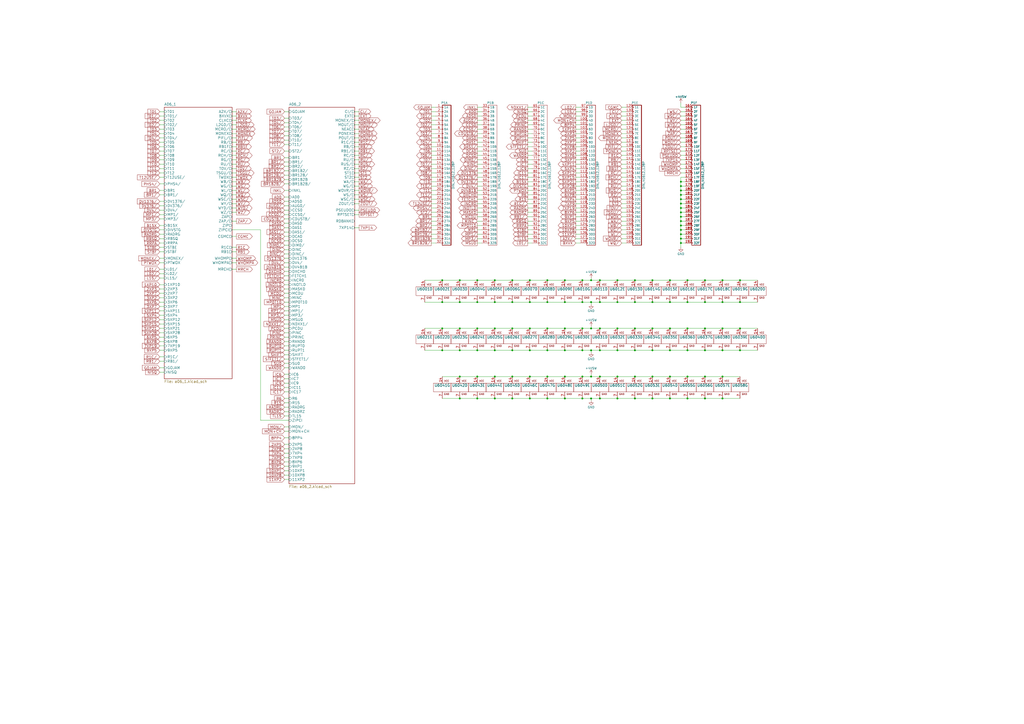
<source format=kicad_sch>
(kicad_sch (version 20211123) (generator eeschema)
  (paper "A2")
  (junction (at 394.97 113.03))
  (junction (at 297.18 190.5))
  (junction (at 287.02 203.2))
  (junction (at 276.86 231.14))
  (junction (at 276.86 162.56))
  (junction (at 256.54 162.56))
  (junction (at 368.3 162.56))
  (junction (at 388.62 231.14))
  (junction (at 394.97 115.57))
  (junction (at 307.34 162.56))
  (junction (at 378.46 231.14))
  (junction (at 327.66 162.56))
  (junction (at 266.7 203.2))
  (junction (at 266.7 231.14))
  (junction (at 337.82 162.56))
  (junction (at 429.26 190.5))
  (junction (at 276.86 175.26))
  (junction (at 388.62 203.2))
  (junction (at 394.97 128.27))
  (junction (at 398.78 203.2))
  (junction (at 398.78 190.5))
  (junction (at 347.98 175.26))
  (junction (at 394.97 107.95))
  (junction (at 429.26 175.26))
  (junction (at 398.78 218.44))
  (junction (at 419.1 218.44))
  (junction (at 408.94 175.26))
  (junction (at 307.34 203.2))
  (junction (at 408.94 203.2))
  (junction (at 429.26 203.2))
  (junction (at 256.54 190.5))
  (junction (at 394.97 130.81))
  (junction (at 347.98 190.5))
  (junction (at 327.66 231.14))
  (junction (at 287.02 162.56))
  (junction (at 368.3 190.5))
  (junction (at 317.5 203.2))
  (junction (at 317.5 218.44))
  (junction (at 342.9 218.44))
  (junction (at 276.86 218.44))
  (junction (at 287.02 175.26))
  (junction (at 307.34 175.26))
  (junction (at 256.54 175.26))
  (junction (at 287.02 190.5))
  (junction (at 408.94 231.14))
  (junction (at 368.3 203.2))
  (junction (at 388.62 190.5))
  (junction (at 317.5 190.5))
  (junction (at 307.34 190.5))
  (junction (at 388.62 175.26))
  (junction (at 394.97 135.89))
  (junction (at 368.3 218.44))
  (junction (at 347.98 162.56))
  (junction (at 419.1 203.2))
  (junction (at 342.9 190.5))
  (junction (at 408.94 162.56))
  (junction (at 266.7 218.44))
  (junction (at 342.9 175.26))
  (junction (at 342.9 203.2))
  (junction (at 342.9 162.56))
  (junction (at 337.82 203.2))
  (junction (at 297.18 203.2))
  (junction (at 266.7 190.5))
  (junction (at 287.02 231.14))
  (junction (at 394.97 123.19))
  (junction (at 419.1 175.26))
  (junction (at 297.18 175.26))
  (junction (at 358.14 203.2))
  (junction (at 394.97 125.73))
  (junction (at 337.82 175.26))
  (junction (at 337.82 218.44))
  (junction (at 408.94 218.44))
  (junction (at 297.18 162.56))
  (junction (at 368.3 231.14))
  (junction (at 394.97 105.41))
  (junction (at 297.18 231.14))
  (junction (at 429.26 162.56))
  (junction (at 419.1 162.56))
  (junction (at 398.78 175.26))
  (junction (at 256.54 203.2))
  (junction (at 337.82 190.5))
  (junction (at 419.1 231.14))
  (junction (at 327.66 203.2))
  (junction (at 394.97 140.97))
  (junction (at 266.7 175.26))
  (junction (at 378.46 175.26))
  (junction (at 394.97 138.43))
  (junction (at 317.5 175.26))
  (junction (at 368.3 175.26))
  (junction (at 327.66 190.5))
  (junction (at 358.14 162.56))
  (junction (at 317.5 231.14))
  (junction (at 394.97 133.35))
  (junction (at 378.46 218.44))
  (junction (at 337.82 231.14))
  (junction (at 378.46 203.2))
  (junction (at 307.34 231.14))
  (junction (at 394.97 110.49))
  (junction (at 342.9 231.14))
  (junction (at 276.86 190.5))
  (junction (at 378.46 190.5))
  (junction (at 378.46 162.56))
  (junction (at 358.14 190.5))
  (junction (at 394.97 120.65))
  (junction (at 388.62 218.44))
  (junction (at 398.78 162.56))
  (junction (at 358.14 231.14))
  (junction (at 317.5 162.56))
  (junction (at 266.7 162.56))
  (junction (at 358.14 218.44))
  (junction (at 388.62 162.56))
  (junction (at 398.78 231.14))
  (junction (at 307.34 218.44))
  (junction (at 287.02 218.44))
  (junction (at 394.97 118.11))
  (junction (at 327.66 175.26))
  (junction (at 276.86 203.2))
  (junction (at 297.18 218.44))
  (junction (at 419.1 190.5))
  (junction (at 347.98 231.14))
  (junction (at 347.98 203.2))
  (junction (at 327.66 218.44))
  (junction (at 358.14 175.26))
  (junction (at 408.94 190.5))
  (junction (at 347.98 218.44))
  (wire (pts (xy 394.97 135.89) (xy 397.51 135.89)))
  (wire (pts (xy 92.71 74.93) (xy 95.25 74.93)))
  (wire (pts (xy 334.01 92.71) (xy 336.55 92.71)))
  (wire (pts (xy 394.97 69.85) (xy 397.51 69.85)))
  (wire (pts (xy 165.1 116.84) (xy 167.64 116.84)))
  (wire (pts (xy 398.78 175.26) (xy 388.62 175.26)))
  (wire (pts (xy 358.14 231.14) (xy 347.98 231.14)))
  (wire (pts (xy 137.16 143.51) (xy 134.62 143.51)))
  (wire (pts (xy 250.19 72.39) (xy 252.73 72.39)))
  (wire (pts (xy 137.16 120.65) (xy 134.62 120.65)))
  (wire (pts (xy 388.62 218.44) (xy 398.78 218.44)))
  (wire (pts (xy 165.1 250.19) (xy 167.64 250.19)))
  (wire (pts (xy 276.86 110.49) (xy 279.4 110.49)))
  (wire (pts (xy 137.16 95.25) (xy 134.62 95.25)))
  (wire (pts (xy 347.98 190.5) (xy 358.14 190.5)))
  (wire (pts (xy 208.28 105.41) (xy 205.74 105.41)))
  (wire (pts (xy 137.16 90.17) (xy 134.62 90.17)))
  (wire (pts (xy 208.28 90.17) (xy 205.74 90.17)))
  (wire (pts (xy 334.01 115.57) (xy 336.55 115.57)))
  (wire (pts (xy 165.1 170.18) (xy 167.64 170.18)))
  (wire (pts (xy 360.68 125.73) (xy 363.22 125.73)))
  (wire (pts (xy 165.1 110.49) (xy 167.64 110.49)))
  (wire (pts (xy 92.71 135.89) (xy 95.25 135.89)))
  (wire (pts (xy 276.86 162.56) (xy 287.02 162.56)))
  (wire (pts (xy 334.01 62.23) (xy 336.55 62.23)))
  (wire (pts (xy 92.71 156.21) (xy 95.25 156.21)))
  (wire (pts (xy 394.97 133.35) (xy 394.97 135.89)))
  (wire (pts (xy 165.1 165.1) (xy 167.64 165.1)))
  (wire (pts (xy 137.16 74.93) (xy 134.62 74.93)))
  (wire (pts (xy 342.9 217.17) (xy 342.9 218.44)))
  (wire (pts (xy 360.68 77.47) (xy 363.22 77.47)))
  (wire (pts (xy 334.01 77.47) (xy 336.55 77.47)))
  (wire (pts (xy 306.07 130.81) (xy 308.61 130.81)))
  (wire (pts (xy 342.9 175.26) (xy 337.82 175.26)))
  (wire (pts (xy 394.97 62.23) (xy 397.51 62.23)))
  (wire (pts (xy 276.86 107.95) (xy 279.4 107.95)))
  (wire (pts (xy 276.86 120.65) (xy 279.4 120.65)))
  (wire (pts (xy 165.1 208.28) (xy 167.64 208.28)))
  (wire (pts (xy 165.1 247.65) (xy 167.64 247.65)))
  (wire (pts (xy 419.1 175.26) (xy 408.94 175.26)))
  (wire (pts (xy 92.71 133.35) (xy 95.25 133.35)))
  (wire (pts (xy 342.9 232.41) (xy 342.9 231.14)))
  (wire (pts (xy 92.71 110.49) (xy 95.25 110.49)))
  (wire (pts (xy 419.1 190.5) (xy 429.26 190.5)))
  (wire (pts (xy 334.01 90.17) (xy 336.55 90.17)))
  (wire (pts (xy 360.68 74.93) (xy 363.22 74.93)))
  (wire (pts (xy 334.01 67.31) (xy 336.55 67.31)))
  (wire (pts (xy 208.28 121.92) (xy 205.74 121.92)))
  (wire (pts (xy 165.1 76.2) (xy 167.64 76.2)))
  (wire (pts (xy 137.16 110.49) (xy 134.62 110.49)))
  (wire (pts (xy 276.86 125.73) (xy 279.4 125.73)))
  (wire (pts (xy 256.54 190.5) (xy 266.7 190.5)))
  (wire (pts (xy 276.86 87.63) (xy 279.4 87.63)))
  (wire (pts (xy 165.1 160.02) (xy 167.64 160.02)))
  (wire (pts (xy 92.71 143.51) (xy 95.25 143.51)))
  (wire (pts (xy 334.01 87.63) (xy 336.55 87.63)))
  (wire (pts (xy 297.18 175.26) (xy 287.02 175.26)))
  (wire (pts (xy 266.7 162.56) (xy 276.86 162.56)))
  (wire (pts (xy 92.71 146.05) (xy 95.25 146.05)))
  (wire (pts (xy 250.19 115.57) (xy 252.73 115.57)))
  (wire (pts (xy 250.19 95.25) (xy 252.73 95.25)))
  (wire (pts (xy 334.01 113.03) (xy 336.55 113.03)))
  (wire (pts (xy 92.71 67.31) (xy 95.25 67.31)))
  (wire (pts (xy 276.86 102.87) (xy 279.4 102.87)))
  (wire (pts (xy 276.86 72.39) (xy 279.4 72.39)))
  (wire (pts (xy 276.86 175.26) (xy 266.7 175.26)))
  (wire (pts (xy 408.94 218.44) (xy 419.1 218.44)))
  (wire (pts (xy 334.01 140.97) (xy 336.55 140.97)))
  (wire (pts (xy 165.1 267.97) (xy 167.64 267.97)))
  (wire (pts (xy 208.28 67.31) (xy 205.74 67.31)))
  (wire (pts (xy 165.1 137.16) (xy 167.64 137.16)))
  (wire (pts (xy 165.1 219.71) (xy 167.64 219.71)))
  (wire (pts (xy 250.19 92.71) (xy 252.73 92.71)))
  (wire (pts (xy 208.28 124.46) (xy 205.74 124.46)))
  (wire (pts (xy 394.97 102.87) (xy 397.51 102.87)))
  (wire (pts (xy 306.07 113.03) (xy 308.61 113.03)))
  (wire (pts (xy 165.1 205.74) (xy 167.64 205.74)))
  (wire (pts (xy 306.07 80.01) (xy 308.61 80.01)))
  (wire (pts (xy 388.62 175.26) (xy 378.46 175.26)))
  (wire (pts (xy 137.16 85.09) (xy 134.62 85.09)))
  (wire (pts (xy 92.71 92.71) (xy 95.25 92.71)))
  (wire (pts (xy 250.19 80.01) (xy 252.73 80.01)))
  (wire (pts (xy 439.42 203.2) (xy 429.26 203.2)))
  (wire (pts (xy 287.02 218.44) (xy 297.18 218.44)))
  (wire (pts (xy 360.68 69.85) (xy 363.22 69.85)))
  (wire (pts (xy 394.97 125.73) (xy 397.51 125.73)))
  (wire (pts (xy 134.62 133.35) (xy 151.13 133.35)))
  (wire (pts (xy 208.28 87.63) (xy 205.74 87.63)))
  (wire (pts (xy 165.1 241.3) (xy 167.64 241.3)))
  (wire (pts (xy 208.28 110.49) (xy 205.74 110.49)))
  (wire (pts (xy 307.34 203.2) (xy 297.18 203.2)))
  (wire (pts (xy 360.68 92.71) (xy 363.22 92.71)))
  (wire (pts (xy 394.97 90.17) (xy 397.51 90.17)))
  (wire (pts (xy 250.19 130.81) (xy 252.73 130.81)))
  (wire (pts (xy 306.07 110.49) (xy 308.61 110.49)))
  (wire (pts (xy 92.71 185.42) (xy 95.25 185.42)))
  (wire (pts (xy 378.46 162.56) (xy 388.62 162.56)))
  (wire (pts (xy 334.01 120.65) (xy 336.55 120.65)))
  (wire (pts (xy 342.9 231.14) (xy 337.82 231.14)))
  (wire (pts (xy 306.07 115.57) (xy 308.61 115.57)))
  (wire (pts (xy 165.1 152.4) (xy 167.64 152.4)))
  (wire (pts (xy 429.26 231.14) (xy 419.1 231.14)))
  (wire (pts (xy 347.98 175.26) (xy 342.9 175.26)))
  (wire (pts (xy 92.71 165.1) (xy 95.25 165.1)))
  (wire (pts (xy 92.71 187.96) (xy 95.25 187.96)))
  (wire (pts (xy 165.1 157.48) (xy 167.64 157.48)))
  (wire (pts (xy 388.62 190.5) (xy 398.78 190.5)))
  (wire (pts (xy 408.94 162.56) (xy 419.1 162.56)))
  (wire (pts (xy 276.86 64.77) (xy 279.4 64.77)))
  (wire (pts (xy 360.68 123.19) (xy 363.22 123.19)))
  (wire (pts (xy 137.16 72.39) (xy 134.62 72.39)))
  (wire (pts (xy 165.1 200.66) (xy 167.64 200.66)))
  (wire (pts (xy 342.9 190.5) (xy 347.98 190.5)))
  (wire (pts (xy 419.1 203.2) (xy 408.94 203.2)))
  (wire (pts (xy 137.16 64.77) (xy 134.62 64.77)))
  (wire (pts (xy 394.97 87.63) (xy 397.51 87.63)))
  (wire (pts (xy 137.16 69.85) (xy 134.62 69.85)))
  (wire (pts (xy 165.1 142.24) (xy 167.64 142.24)))
  (wire (pts (xy 378.46 218.44) (xy 388.62 218.44)))
  (wire (pts (xy 342.9 204.47) (xy 342.9 203.2)))
  (wire (pts (xy 360.68 120.65) (xy 363.22 120.65)))
  (wire (pts (xy 347.98 231.14) (xy 342.9 231.14)))
  (wire (pts (xy 165.1 68.58) (xy 167.64 68.58)))
  (wire (pts (xy 208.28 64.77) (xy 205.74 64.77)))
  (wire (pts (xy 307.34 162.56) (xy 317.5 162.56)))
  (wire (pts (xy 306.07 133.35) (xy 308.61 133.35)))
  (wire (pts (xy 137.16 100.33) (xy 134.62 100.33)))
  (wire (pts (xy 307.34 175.26) (xy 297.18 175.26)))
  (wire (pts (xy 208.28 102.87) (xy 205.74 102.87)))
  (wire (pts (xy 297.18 231.14) (xy 287.02 231.14)))
  (wire (pts (xy 306.07 77.47) (xy 308.61 77.47)))
  (wire (pts (xy 394.97 64.77) (xy 397.51 64.77)))
  (wire (pts (xy 347.98 218.44) (xy 358.14 218.44)))
  (wire (pts (xy 276.86 140.97) (xy 279.4 140.97)))
  (wire (pts (xy 208.28 100.33) (xy 205.74 100.33)))
  (wire (pts (xy 92.71 161.29) (xy 95.25 161.29)))
  (wire (pts (xy 358.14 162.56) (xy 368.3 162.56)))
  (wire (pts (xy 165.1 273.05) (xy 167.64 273.05)))
  (wire (pts (xy 394.97 140.97) (xy 397.51 140.97)))
  (wire (pts (xy 137.16 152.4) (xy 134.62 152.4)))
  (wire (pts (xy 208.28 92.71) (xy 205.74 92.71)))
  (wire (pts (xy 250.19 69.85) (xy 252.73 69.85)))
  (wire (pts (xy 334.01 97.79) (xy 336.55 97.79)))
  (wire (pts (xy 337.82 231.14) (xy 327.66 231.14)))
  (wire (pts (xy 394.97 80.01) (xy 397.51 80.01)))
  (wire (pts (xy 137.16 146.05) (xy 134.62 146.05)))
  (wire (pts (xy 429.26 175.26) (xy 419.1 175.26)))
  (wire (pts (xy 394.97 123.19) (xy 397.51 123.19)))
  (wire (pts (xy 287.02 203.2) (xy 276.86 203.2)))
  (wire (pts (xy 360.68 97.79) (xy 363.22 97.79)))
  (wire (pts (xy 92.71 180.34) (xy 95.25 180.34)))
  (wire (pts (xy 208.28 118.11) (xy 205.74 118.11)))
  (wire (pts (xy 334.01 110.49) (xy 336.55 110.49)))
  (wire (pts (xy 250.19 105.41) (xy 252.73 105.41)))
  (wire (pts (xy 92.71 167.64) (xy 95.25 167.64)))
  (wire (pts (xy 165.1 236.22) (xy 167.64 236.22)))
  (wire (pts (xy 165.1 83.82) (xy 167.64 83.82)))
  (wire (pts (xy 165.1 81.28) (xy 167.64 81.28)))
  (wire (pts (xy 306.07 97.79) (xy 308.61 97.79)))
  (wire (pts (xy 317.5 175.26) (xy 307.34 175.26)))
  (wire (pts (xy 246.38 190.5) (xy 256.54 190.5)))
  (wire (pts (xy 394.97 67.31) (xy 397.51 67.31)))
  (wire (pts (xy 250.19 62.23) (xy 252.73 62.23)))
  (wire (pts (xy 394.97 113.03) (xy 397.51 113.03)))
  (wire (pts (xy 334.01 133.35) (xy 336.55 133.35)))
  (wire (pts (xy 92.71 127) (xy 95.25 127)))
  (wire (pts (xy 378.46 190.5) (xy 388.62 190.5)))
  (wire (pts (xy 368.3 218.44) (xy 378.46 218.44)))
  (wire (pts (xy 394.97 100.33) (xy 397.51 100.33)))
  (wire (pts (xy 250.19 135.89) (xy 252.73 135.89)))
  (wire (pts (xy 398.78 162.56) (xy 408.94 162.56)))
  (wire (pts (xy 360.68 105.41) (xy 363.22 105.41)))
  (wire (pts (xy 276.86 138.43) (xy 279.4 138.43)))
  (wire (pts (xy 334.01 64.77) (xy 336.55 64.77)))
  (wire (pts (xy 360.68 113.03) (xy 363.22 113.03)))
  (wire (pts (xy 360.68 130.81) (xy 363.22 130.81)))
  (wire (pts (xy 358.14 175.26) (xy 347.98 175.26)))
  (wire (pts (xy 419.1 218.44) (xy 429.26 218.44)))
  (wire (pts (xy 92.71 130.81) (xy 95.25 130.81)))
  (wire (pts (xy 306.07 120.65) (xy 308.61 120.65)))
  (wire (pts (xy 250.19 107.95) (xy 252.73 107.95)))
  (wire (pts (xy 429.26 203.2) (xy 419.1 203.2)))
  (wire (pts (xy 342.9 161.29) (xy 342.9 162.56)))
  (wire (pts (xy 165.1 127) (xy 167.64 127)))
  (wire (pts (xy 334.01 74.93) (xy 336.55 74.93)))
  (wire (pts (xy 250.19 118.11) (xy 252.73 118.11)))
  (wire (pts (xy 165.1 278.13) (xy 167.64 278.13)))
  (wire (pts (xy 137.16 123.19) (xy 134.62 123.19)))
  (wire (pts (xy 378.46 231.14) (xy 368.3 231.14)))
  (wire (pts (xy 394.97 118.11) (xy 397.51 118.11)))
  (wire (pts (xy 368.3 190.5) (xy 378.46 190.5)))
  (wire (pts (xy 92.71 198.12) (xy 95.25 198.12)))
  (wire (pts (xy 250.19 120.65) (xy 252.73 120.65)))
  (wire (pts (xy 276.86 67.31) (xy 279.4 67.31)))
  (wire (pts (xy 394.97 120.65) (xy 394.97 123.19)))
  (wire (pts (xy 287.02 190.5) (xy 297.18 190.5)))
  (wire (pts (xy 334.01 107.95) (xy 336.55 107.95)))
  (wire (pts (xy 317.5 218.44) (xy 327.66 218.44)))
  (wire (pts (xy 398.78 203.2) (xy 388.62 203.2)))
  (wire (pts (xy 137.16 113.03) (xy 134.62 113.03)))
  (wire (pts (xy 342.9 203.2) (xy 337.82 203.2)))
  (wire (pts (xy 165.1 64.77) (xy 167.64 64.77)))
  (wire (pts (xy 419.1 162.56) (xy 429.26 162.56)))
  (wire (pts (xy 334.01 135.89) (xy 336.55 135.89)))
  (wire (pts (xy 394.97 72.39) (xy 397.51 72.39)))
  (wire (pts (xy 165.1 91.44) (xy 167.64 91.44)))
  (wire (pts (xy 394.97 128.27) (xy 397.51 128.27)))
  (wire (pts (xy 360.68 72.39) (xy 363.22 72.39)))
  (wire (pts (xy 165.1 106.68) (xy 167.64 106.68)))
  (wire (pts (xy 334.01 72.39) (xy 336.55 72.39)))
  (wire (pts (xy 92.71 72.39) (xy 95.25 72.39)))
  (wire (pts (xy 137.16 115.57) (xy 134.62 115.57)))
  (wire (pts (xy 137.16 149.86) (xy 134.62 149.86)))
  (wire (pts (xy 394.97 118.11) (xy 394.97 120.65)))
  (wire (pts (xy 360.68 80.01) (xy 363.22 80.01)))
  (wire (pts (xy 92.71 80.01) (xy 95.25 80.01)))
  (wire (pts (xy 368.3 175.26) (xy 358.14 175.26)))
  (wire (pts (xy 92.71 69.85) (xy 95.25 69.85)))
  (wire (pts (xy 306.07 140.97) (xy 308.61 140.97)))
  (wire (pts (xy 394.97 135.89) (xy 394.97 138.43)))
  (wire (pts (xy 256.54 203.2) (xy 246.38 203.2)))
  (wire (pts (xy 360.68 87.63) (xy 363.22 87.63)))
  (wire (pts (xy 337.82 162.56) (xy 342.9 162.56)))
  (wire (pts (xy 306.07 69.85) (xy 308.61 69.85)))
  (wire (pts (xy 208.28 115.57) (xy 205.74 115.57)))
  (wire (pts (xy 408.94 231.14) (xy 398.78 231.14)))
  (wire (pts (xy 334.01 130.81) (xy 336.55 130.81)))
  (wire (pts (xy 307.34 231.14) (xy 297.18 231.14)))
  (wire (pts (xy 394.97 120.65) (xy 397.51 120.65)))
  (wire (pts (xy 250.19 140.97) (xy 252.73 140.97)))
  (wire (pts (xy 297.18 162.56) (xy 307.34 162.56)))
  (wire (pts (xy 297.18 203.2) (xy 287.02 203.2)))
  (wire (pts (xy 394.97 107.95) (xy 394.97 110.49)))
  (wire (pts (xy 394.97 113.03) (xy 394.97 115.57)))
  (wire (pts (xy 360.68 62.23) (xy 363.22 62.23)))
  (wire (pts (xy 256.54 218.44) (xy 266.7 218.44)))
  (wire (pts (xy 334.01 69.85) (xy 336.55 69.85)))
  (wire (pts (xy 358.14 218.44) (xy 368.3 218.44)))
  (wire (pts (xy 276.86 80.01) (xy 279.4 80.01)))
  (wire (pts (xy 419.1 231.14) (xy 408.94 231.14)))
  (wire (pts (xy 398.78 218.44) (xy 408.94 218.44)))
  (wire (pts (xy 276.86 85.09) (xy 279.4 85.09)))
  (wire (pts (xy 306.07 135.89) (xy 308.61 135.89)))
  (wire (pts (xy 306.07 92.71) (xy 308.61 92.71)))
  (wire (pts (xy 394.97 95.25) (xy 397.51 95.25)))
  (wire (pts (xy 165.1 238.76) (xy 167.64 238.76)))
  (wire (pts (xy 250.19 125.73) (xy 252.73 125.73)))
  (wire (pts (xy 165.1 144.78) (xy 167.64 144.78)))
  (wire (pts (xy 306.07 62.23) (xy 308.61 62.23)))
  (wire (pts (xy 276.86 90.17) (xy 279.4 90.17)))
  (wire (pts (xy 250.19 102.87) (xy 252.73 102.87)))
  (wire (pts (xy 334.01 95.25) (xy 336.55 95.25)))
  (wire (pts (xy 165.1 124.46) (xy 167.64 124.46)))
  (wire (pts (xy 276.86 113.03) (xy 279.4 113.03)))
  (wire (pts (xy 92.71 90.17) (xy 95.25 90.17)))
  (wire (pts (xy 276.86 95.25) (xy 279.4 95.25)))
  (wire (pts (xy 165.1 190.5) (xy 167.64 190.5)))
  (wire (pts (xy 165.1 104.14) (xy 167.64 104.14)))
  (wire (pts (xy 394.97 107.95) (xy 397.51 107.95)))
  (wire (pts (xy 250.19 138.43) (xy 252.73 138.43)))
  (wire (pts (xy 165.1 154.94) (xy 167.64 154.94)))
  (wire (pts (xy 92.71 85.09) (xy 95.25 85.09)))
  (wire (pts (xy 250.19 77.47) (xy 252.73 77.47)))
  (wire (pts (xy 317.5 190.5) (xy 327.66 190.5)))
  (wire (pts (xy 250.19 133.35) (xy 252.73 133.35)))
  (wire (pts (xy 92.71 64.77) (xy 95.25 64.77)))
  (wire (pts (xy 92.71 182.88) (xy 95.25 182.88)))
  (wire (pts (xy 165.1 149.86) (xy 167.64 149.86)))
  (wire (pts (xy 429.26 190.5) (xy 439.42 190.5)))
  (wire (pts (xy 276.86 69.85) (xy 279.4 69.85)))
  (wire (pts (xy 342.9 218.44) (xy 347.98 218.44)))
  (wire (pts (xy 208.28 72.39) (xy 205.74 72.39)))
  (wire (pts (xy 394.97 133.35) (xy 397.51 133.35)))
  (wire (pts (xy 208.28 113.03) (xy 205.74 113.03)))
  (wire (pts (xy 208.28 95.25) (xy 205.74 95.25)))
  (wire (pts (xy 250.19 97.79) (xy 252.73 97.79)))
  (wire (pts (xy 276.86 92.71) (xy 279.4 92.71)))
  (wire (pts (xy 360.68 110.49) (xy 363.22 110.49)))
  (wire (pts (xy 398.78 231.14) (xy 388.62 231.14)))
  (wire (pts (xy 394.97 74.93) (xy 397.51 74.93)))
  (wire (pts (xy 317.5 231.14) (xy 307.34 231.14)))
  (wire (pts (xy 439.42 175.26) (xy 429.26 175.26)))
  (wire (pts (xy 394.97 128.27) (xy 394.97 130.81)))
  (wire (pts (xy 394.97 82.55) (xy 397.51 82.55)))
  (wire (pts (xy 137.16 92.71) (xy 134.62 92.71)))
  (wire (pts (xy 394.97 115.57) (xy 397.51 115.57)))
  (wire (pts (xy 360.68 82.55) (xy 363.22 82.55)))
  (wire (pts (xy 358.14 190.5) (xy 368.3 190.5)))
  (wire (pts (xy 360.68 128.27) (xy 363.22 128.27)))
  (wire (pts (xy 165.1 210.82) (xy 167.64 210.82)))
  (wire (pts (xy 306.07 118.11) (xy 308.61 118.11)))
  (wire (pts (xy 92.71 77.47) (xy 95.25 77.47)))
  (wire (pts (xy 165.1 134.62) (xy 167.64 134.62)))
  (wire (pts (xy 137.16 105.41) (xy 134.62 105.41)))
  (wire (pts (xy 165.1 73.66) (xy 167.64 73.66)))
  (wire (pts (xy 306.07 87.63) (xy 308.61 87.63)))
  (wire (pts (xy 408.94 190.5) (xy 419.1 190.5)))
  (wire (pts (xy 287.02 162.56) (xy 297.18 162.56)))
  (wire (pts (xy 165.1 260.35) (xy 167.64 260.35)))
  (wire (pts (xy 360.68 107.95) (xy 363.22 107.95)))
  (wire (pts (xy 394.97 130.81) (xy 394.97 133.35)))
  (wire (pts (xy 394.97 102.87) (xy 394.97 105.41)))
  (wire (pts (xy 92.71 100.33) (xy 95.25 100.33)))
  (wire (pts (xy 276.86 190.5) (xy 287.02 190.5)))
  (wire (pts (xy 360.68 135.89) (xy 363.22 135.89)))
  (wire (pts (xy 137.16 97.79) (xy 134.62 97.79)))
  (wire (pts (xy 306.07 100.33) (xy 308.61 100.33)))
  (wire (pts (xy 92.71 87.63) (xy 95.25 87.63)))
  (wire (pts (xy 287.02 175.26) (xy 276.86 175.26)))
  (wire (pts (xy 165.1 222.25) (xy 167.64 222.25)))
  (wire (pts (xy 360.68 95.25) (xy 363.22 95.25)))
  (wire (pts (xy 165.1 231.14) (xy 167.64 231.14)))
  (wire (pts (xy 378.46 175.26) (xy 368.3 175.26)))
  (wire (pts (xy 208.28 80.01) (xy 205.74 80.01)))
  (wire (pts (xy 165.1 213.36) (xy 167.64 213.36)))
  (wire (pts (xy 250.19 64.77) (xy 252.73 64.77)))
  (wire (pts (xy 208.28 132.08) (xy 205.74 132.08)))
  (wire (pts (xy 276.86 135.89) (xy 279.4 135.89)))
  (wire (pts (xy 92.71 138.43) (xy 95.25 138.43)))
  (wire (pts (xy 92.71 140.97) (xy 95.25 140.97)))
  (wire (pts (xy 92.71 119.38) (xy 95.25 119.38)))
  (wire (pts (xy 165.1 101.6) (xy 167.64 101.6)))
  (wire (pts (xy 165.1 139.7) (xy 167.64 139.7)))
  (wire (pts (xy 165.1 217.17) (xy 167.64 217.17)))
  (wire (pts (xy 276.86 100.33) (xy 279.4 100.33)))
  (wire (pts (xy 297.18 190.5) (xy 307.34 190.5)))
  (wire (pts (xy 165.1 185.42) (xy 167.64 185.42)))
  (wire (pts (xy 334.01 138.43) (xy 336.55 138.43)))
  (wire (pts (xy 165.1 193.04) (xy 167.64 193.04)))
  (wire (pts (xy 250.19 113.03) (xy 252.73 113.03)))
  (wire (pts (xy 276.86 218.44) (xy 287.02 218.44)))
  (wire (pts (xy 208.28 82.55) (xy 205.74 82.55)))
  (wire (pts (xy 337.82 175.26) (xy 327.66 175.26)))
  (wire (pts (xy 306.07 90.17) (xy 308.61 90.17)))
  (wire (pts (xy 165.1 257.81) (xy 167.64 257.81)))
  (wire (pts (xy 394.97 97.79) (xy 397.51 97.79)))
  (wire (pts (xy 137.16 67.31) (xy 134.62 67.31)))
  (wire (pts (xy 250.19 85.09) (xy 252.73 85.09)))
  (wire (pts (xy 250.19 82.55) (xy 252.73 82.55)))
  (wire (pts (xy 92.71 213.36) (xy 95.25 213.36)))
  (wire (pts (xy 358.14 203.2) (xy 347.98 203.2)))
  (wire (pts (xy 266.7 218.44) (xy 276.86 218.44)))
  (wire (pts (xy 276.86 77.47) (xy 279.4 77.47)))
  (wire (pts (xy 360.68 140.97) (xy 363.22 140.97)))
  (wire (pts (xy 208.28 85.09) (xy 205.74 85.09)))
  (wire (pts (xy 394.97 123.19) (xy 394.97 125.73)))
  (wire (pts (xy 306.07 107.95) (xy 308.61 107.95)))
  (wire (pts (xy 408.94 175.26) (xy 398.78 175.26)))
  (wire (pts (xy 360.68 102.87) (xy 363.22 102.87)))
  (wire (pts (xy 307.34 190.5) (xy 317.5 190.5)))
  (wire (pts (xy 137.16 128.27) (xy 134.62 128.27)))
  (wire (pts (xy 388.62 231.14) (xy 378.46 231.14)))
  (wire (pts (xy 429.26 162.56) (xy 439.42 162.56)))
  (wire (pts (xy 360.68 64.77) (xy 363.22 64.77)))
  (wire (pts (xy 287.02 231.14) (xy 276.86 231.14)))
  (wire (pts (xy 394.97 77.47) (xy 397.51 77.47)))
  (wire (pts (xy 250.19 74.93) (xy 252.73 74.93)))
  (wire (pts (xy 92.71 95.25) (xy 95.25 95.25)))
  (wire (pts (xy 250.19 87.63) (xy 252.73 87.63)))
  (wire (pts (xy 165.1 203.2) (xy 167.64 203.2)))
  (wire (pts (xy 92.71 116.84) (xy 95.25 116.84)))
  (wire (pts (xy 307.34 218.44) (xy 317.5 218.44)))
  (wire (pts (xy 165.1 180.34) (xy 167.64 180.34)))
  (wire (pts (xy 137.16 77.47) (xy 134.62 77.47)))
  (wire (pts (xy 337.82 190.5) (xy 342.9 190.5)))
  (wire (pts (xy 165.1 227.33) (xy 167.64 227.33)))
  (wire (pts (xy 334.01 118.11) (xy 336.55 118.11)))
  (wire (pts (xy 317.5 203.2) (xy 307.34 203.2)))
  (wire (pts (xy 327.66 175.26) (xy 317.5 175.26)))
  (wire (pts (xy 342.9 189.23) (xy 342.9 190.5)))
  (wire (pts (xy 360.68 85.09) (xy 363.22 85.09)))
  (wire (pts (xy 92.71 203.2) (xy 95.25 203.2)))
  (wire (pts (xy 306.07 95.25) (xy 308.61 95.25)))
  (wire (pts (xy 165.1 182.88) (xy 167.64 182.88)))
  (wire (pts (xy 276.86 105.41) (xy 279.4 105.41)))
  (wire (pts (xy 334.01 82.55) (xy 336.55 82.55)))
  (wire (pts (xy 317.5 162.56) (xy 327.66 162.56)))
  (wire (pts (xy 394.97 110.49) (xy 394.97 113.03)))
  (wire (pts (xy 165.1 275.59) (xy 167.64 275.59)))
  (wire (pts (xy 408.94 203.2) (xy 398.78 203.2)))
  (wire (pts (xy 394.97 130.81) (xy 397.51 130.81)))
  (wire (pts (xy 92.71 195.58) (xy 95.25 195.58)))
  (wire (pts (xy 165.1 78.74) (xy 167.64 78.74)))
  (wire (pts (xy 165.1 187.96) (xy 167.64 187.96)))
  (wire (pts (xy 92.71 82.55) (xy 95.25 82.55)))
  (wire (pts (xy 165.1 177.8) (xy 167.64 177.8)))
  (wire (pts (xy 306.07 125.73) (xy 308.61 125.73)))
  (wire (pts (xy 92.71 113.03) (xy 95.25 113.03)))
  (wire (pts (xy 165.1 270.51) (xy 167.64 270.51)))
  (wire (pts (xy 276.86 130.81) (xy 279.4 130.81)))
  (wire (pts (xy 360.68 138.43) (xy 363.22 138.43)))
  (wire (pts (xy 165.1 93.98) (xy 167.64 93.98)))
  (wire (pts (xy 137.16 80.01) (xy 134.62 80.01)))
  (wire (pts (xy 165.1 175.26) (xy 167.64 175.26)))
  (wire (pts (xy 266.7 175.26) (xy 256.54 175.26)))
  (wire (pts (xy 137.16 87.63) (xy 134.62 87.63)))
  (wire (pts (xy 378.46 203.2) (xy 368.3 203.2)))
  (wire (pts (xy 276.86 128.27) (xy 279.4 128.27)))
  (wire (pts (xy 92.71 209.55) (xy 95.25 209.55)))
  (wire (pts (xy 92.71 149.86) (xy 95.25 149.86)))
  (wire (pts (xy 306.07 105.41) (xy 308.61 105.41)))
  (wire (pts (xy 368.3 231.14) (xy 358.14 231.14)))
  (wire (pts (xy 266.7 231.14) (xy 256.54 231.14)))
  (wire (pts (xy 92.71 215.9) (xy 95.25 215.9)))
  (wire (pts (xy 368.3 162.56) (xy 378.46 162.56)))
  (wire (pts (xy 360.68 100.33) (xy 363.22 100.33)))
  (wire (pts (xy 334.01 102.87) (xy 336.55 102.87)))
  (wire (pts (xy 306.07 72.39) (xy 308.61 72.39)))
  (wire (pts (xy 92.71 158.75) (xy 95.25 158.75)))
  (wire (pts (xy 306.07 82.55) (xy 308.61 82.55)))
  (wire (pts (xy 276.86 115.57) (xy 279.4 115.57)))
  (wire (pts (xy 208.28 74.93) (xy 205.74 74.93)))
  (wire (pts (xy 165.1 99.06) (xy 167.64 99.06)))
  (wire (pts (xy 394.97 105.41) (xy 397.51 105.41)))
  (wire (pts (xy 276.86 74.93) (xy 279.4 74.93)))
  (wire (pts (xy 306.07 102.87) (xy 308.61 102.87)))
  (wire (pts (xy 394.97 59.69) (xy 394.97 62.23)))
  (wire (pts (xy 165.1 114.3) (xy 167.64 114.3)))
  (wire (pts (xy 306.07 85.09) (xy 308.61 85.09)))
  (wire (pts (xy 250.19 67.31) (xy 252.73 67.31)))
  (wire (pts (xy 394.97 125.73) (xy 394.97 128.27)))
  (wire (pts (xy 256.54 162.56) (xy 266.7 162.56)))
  (wire (pts (xy 266.7 190.5) (xy 276.86 190.5)))
  (wire (pts (xy 334.01 123.19) (xy 336.55 123.19)))
  (wire (pts (xy 165.1 195.58) (xy 167.64 195.58)))
  (wire (pts (xy 250.19 100.33) (xy 252.73 100.33)))
  (wire (pts (xy 347.98 162.56) (xy 358.14 162.56)))
  (wire (pts (xy 337.82 203.2) (xy 327.66 203.2)))
  (wire (pts (xy 394.97 85.09) (xy 397.51 85.09)))
  (wire (pts (xy 337.82 218.44) (xy 342.9 218.44)))
  (wire (pts (xy 165.1 87.63) (xy 167.64 87.63)))
  (wire (pts (xy 92.71 170.18) (xy 95.25 170.18)))
  (wire (pts (xy 360.68 115.57) (xy 363.22 115.57)))
  (wire (pts (xy 208.28 107.95) (xy 205.74 107.95)))
  (wire (pts (xy 137.16 102.87) (xy 134.62 102.87)))
  (wire (pts (xy 334.01 128.27) (xy 336.55 128.27)))
  (wire (pts (xy 137.16 137.16) (xy 134.62 137.16)))
  (wire (pts (xy 306.07 138.43) (xy 308.61 138.43)))
  (wire (pts (xy 92.71 106.68) (xy 95.25 106.68)))
  (wire (pts (xy 394.97 92.71) (xy 397.51 92.71)))
  (wire (pts (xy 165.1 167.64) (xy 167.64 167.64)))
  (wire (pts (xy 165.1 254) (xy 167.64 254)))
  (wire (pts (xy 306.07 74.93) (xy 308.61 74.93)))
  (wire (pts (xy 165.1 265.43) (xy 167.64 265.43)))
  (wire (pts (xy 250.19 110.49) (xy 252.73 110.49)))
  (wire (pts (xy 151.13 243.84) (xy 167.64 243.84)))
  (wire (pts (xy 334.01 85.09) (xy 336.55 85.09)))
  (wire (pts (xy 276.86 118.11) (xy 279.4 118.11)))
  (wire (pts (xy 297.18 218.44) (xy 307.34 218.44)))
  (wire (pts (xy 165.1 162.56) (xy 167.64 162.56)))
  (wire (pts (xy 306.07 128.27) (xy 308.61 128.27)))
  (wire (pts (xy 165.1 119.38) (xy 167.64 119.38)))
  (wire (pts (xy 92.71 193.04) (xy 95.25 193.04)))
  (wire (pts (xy 92.71 172.72) (xy 95.25 172.72)))
  (wire (pts (xy 266.7 203.2) (xy 256.54 203.2)))
  (wire (pts (xy 388.62 162.56) (xy 398.78 162.56)))
  (wire (pts (xy 306.07 67.31) (xy 308.61 67.31)))
  (wire (pts (xy 137.16 107.95) (xy 134.62 107.95)))
  (wire (pts (xy 360.68 118.11) (xy 363.22 118.11)))
  (wire (pts (xy 137.16 156.21) (xy 134.62 156.21)))
  (wire (pts (xy 92.71 200.66) (xy 95.25 200.66)))
  (wire (pts (xy 327.66 190.5) (xy 337.82 190.5)))
  (wire (pts (xy 92.71 121.92) (xy 95.25 121.92)))
  (wire (pts (xy 151.13 133.35) (xy 151.13 243.84)))
  (wire (pts (xy 256.54 175.26) (xy 246.38 175.26)))
  (wire (pts (xy 327.66 162.56) (xy 337.82 162.56)))
  (wire (pts (xy 394.97 110.49) (xy 397.51 110.49)))
  (wire (pts (xy 306.07 123.19) (xy 308.61 123.19)))
  (wire (pts (xy 92.71 207.01) (xy 95.25 207.01)))
  (wire (pts (xy 92.71 124.46) (xy 95.25 124.46)))
  (wire (pts (xy 165.1 96.52) (xy 167.64 96.52)))
  (wire (pts (xy 276.86 123.19) (xy 279.4 123.19)))
  (wire (pts (xy 342.9 162.56) (xy 347.98 162.56)))
  (wire (pts (xy 208.28 77.47) (xy 205.74 77.47)))
  (wire (pts (xy 250.19 123.19) (xy 252.73 123.19)))
  (wire (pts (xy 137.16 82.55) (xy 134.62 82.55)))
  (wire (pts (xy 327.66 203.2) (xy 317.5 203.2)))
  (wire (pts (xy 165.1 147.32) (xy 167.64 147.32)))
  (wire (pts (xy 368.3 203.2) (xy 358.14 203.2)))
  (wire (pts (xy 334.01 105.41) (xy 336.55 105.41)))
  (wire (pts (xy 334.01 125.73) (xy 336.55 125.73)))
  (wire (pts (xy 306.07 64.77) (xy 308.61 64.77)))
  (wire (pts (xy 394.97 115.57) (xy 394.97 118.11)))
  (wire (pts (xy 394.97 138.43) (xy 397.51 138.43)))
  (wire (pts (xy 165.1 233.68) (xy 167.64 233.68)))
  (wire (pts (xy 398.78 190.5) (xy 408.94 190.5)))
  (wire (pts (xy 246.38 162.56) (xy 256.54 162.56)))
  (wire (pts (xy 276.86 203.2) (xy 266.7 203.2)))
  (wire (pts (xy 327.66 231.14) (xy 317.5 231.14)))
  (wire (pts (xy 92.71 177.8) (xy 95.25 177.8)))
  (wire (pts (xy 360.68 90.17) (xy 363.22 90.17)))
  (wire (pts (xy 92.71 97.79) (xy 95.25 97.79)))
  (wire (pts (xy 360.68 67.31) (xy 363.22 67.31)))
  (wire (pts (xy 276.86 62.23) (xy 279.4 62.23)))
  (wire (pts (xy 208.28 69.85) (xy 205.74 69.85)))
  (wire (pts (xy 165.1 71.12) (xy 167.64 71.12)))
  (wire (pts (xy 250.19 128.27) (xy 252.73 128.27)))
  (wire (pts (xy 165.1 198.12) (xy 167.64 198.12)))
  (wire (pts (xy 165.1 262.89) (xy 167.64 262.89)))
  (wire (pts (xy 276.86 82.55) (xy 279.4 82.55)))
  (wire (pts (xy 165.1 121.92) (xy 167.64 121.92)))
  (wire (pts (xy 347.98 203.2) (xy 342.9 203.2)))
  (wire (pts (xy 334.01 80.01) (xy 336.55 80.01)))
  (wire (pts (xy 165.1 172.72) (xy 167.64 172.72)))
  (wire (pts (xy 334.01 100.33) (xy 336.55 100.33)))
  (wire (pts (xy 165.1 129.54) (xy 167.64 129.54)))
  (wire (pts (xy 394.97 140.97) (xy 394.97 143.51)))
  (wire (pts (xy 342.9 176.53) (xy 342.9 175.26)))
  (wire (pts (xy 165.1 132.08) (xy 167.64 132.08)))
  (wire (pts (xy 394.97 105.41) (xy 394.97 107.95)))
  (wire (pts (xy 137.16 118.11) (xy 134.62 118.11)))
  (wire (pts (xy 92.71 175.26) (xy 95.25 175.26)))
  (wire (pts (xy 276.86 133.35) (xy 279.4 133.35)))
  (wire (pts (xy 208.28 97.79) (xy 205.74 97.79)))
  (wire (pts (xy 276.86 231.14) (xy 266.7 231.14)))
  (wire (pts (xy 165.1 224.79) (xy 167.64 224.79)))
  (wire (pts (xy 276.86 97.79) (xy 279.4 97.79)))
  (wire (pts (xy 388.62 203.2) (xy 378.46 203.2)))
  (wire (pts (xy 92.71 102.87) (xy 95.25 102.87)))
  (wire (pts (xy 250.19 90.17) (xy 252.73 90.17)))
  (wire (pts (xy 394.97 138.43) (xy 394.97 140.97)))
  (wire (pts (xy 92.71 190.5) (xy 95.25 190.5)))
  (wire (pts (xy 327.66 218.44) (xy 337.82 218.44)))
  (wire (pts (xy 360.68 133.35) (xy 363.22 133.35)))
  (wire (pts (xy 92.71 152.4) (xy 95.25 152.4)))
  (global_label "RRPA" (shape output) (at 306.07 130.81 180) (effects (font (size 1.524 1.524))) (property "Intersheet References" "${INTERSHEET_REFS}" (effects hide)))
  (global_label "BR1B2B/" (shape input) (at 165.1 106.68 180) (effects (font (size 1.524 1.524))) (property "Intersheet References" "${INTERSHEET_REFS}" (effects hide)))
  (global_label "INOTLD" (shape input) (at 165.1 165.1 180) (effects (font (size 1.524 1.524))) (property "Intersheet References" "${INTERSHEET_REFS}" (effects hide)))
  (global_label "7XP9" (shape output) (at 334.01 118.11 180) (effects (font (size 1.524 1.524))) (property "Intersheet References" "${INTERSHEET_REFS}" (effects hide)))
  (global_label "RB1/" (shape bidirectional) (at 306.07 125.73 180) (effects (font (size 1.524 1.524))) (property "Intersheet References" "${INTERSHEET_REFS}" (effects hide)))
  (global_label "DV4/" (shape input) (at 92.71 121.92 180) (effects (font (size 1.524 1.524))) (property "Intersheet References" "${INTERSHEET_REFS}" (effects hide)))
  (global_label "MP0T10" (shape input) (at 165.1 175.26 180) (effects (font (size 1.524 1.524))) (property "Intersheet References" "${INTERSHEET_REFS}" (effects hide)))
  (global_label "L2GD/" (shape input) (at 360.68 72.39 180) (effects (font (size 1.524 1.524))) (property "Intersheet References" "${INTERSHEET_REFS}" (effects hide)))
  (global_label "T08" (shape output) (at 250.19 97.79 180) (effects (font (size 1.524 1.524))) (property "Intersheet References" "${INTERSHEET_REFS}" (effects hide)))
  (global_label "2XP5" (shape output) (at 334.01 80.01 180) (effects (font (size 1.524 1.524))) (property "Intersheet References" "${INTERSHEET_REFS}" (effects hide)))
  (global_label "9XP5" (shape input) (at 92.71 203.2 180) (effects (font (size 1.524 1.524))) (property "Intersheet References" "${INTERSHEET_REFS}" (effects hide)))
  (global_label "10XP1" (shape input) (at 165.1 273.05 180) (effects (font (size 1.524 1.524))) (property "Intersheet References" "${INTERSHEET_REFS}" (effects hide)))
  (global_label "R6" (shape output) (at 306.07 113.03 180) (effects (font (size 1.524 1.524))) (property "Intersheet References" "${INTERSHEET_REFS}" (effects hide)))
  (global_label "R1C/" (shape output) (at 208.28 82.55 0) (effects (font (size 1.524 1.524))) (property "Intersheet References" "${INTERSHEET_REFS}" (effects hide)))
  (global_label "AD0" (shape output) (at 276.86 64.77 180) (effects (font (size 1.524 1.524))) (property "Intersheet References" "${INTERSHEET_REFS}" (effects hide)))
  (global_label "T03/" (shape output) (at 250.19 77.47 180) (effects (font (size 1.524 1.524))) (property "Intersheet References" "${INTERSHEET_REFS}" (effects hide)))
  (global_label "WZ/" (shape output) (at 137.16 123.19 0) (effects (font (size 1.524 1.524))) (property "Intersheet References" "${INTERSHEET_REFS}" (effects hide)))
  (global_label "RB/" (shape input) (at 360.68 92.71 180) (effects (font (size 1.524 1.524))) (property "Intersheet References" "${INTERSHEET_REFS}" (effects hide)))
  (global_label "TL15" (shape input) (at 165.1 241.3 180) (effects (font (size 1.524 1.524))) (property "Intersheet References" "${INTERSHEET_REFS}" (effects hide)))
  (global_label "BR1/" (shape input) (at 92.71 113.03 180) (effects (font (size 1.524 1.524))) (property "Intersheet References" "${INTERSHEET_REFS}" (effects hide)))
  (global_label "DV1376" (shape output) (at 276.86 100.33 180) (effects (font (size 1.524 1.524))) (property "Intersheet References" "${INTERSHEET_REFS}" (effects hide)))
  (global_label "BR2/" (shape input) (at 165.1 96.52 180) (effects (font (size 1.524 1.524))) (property "Intersheet References" "${INTERSHEET_REFS}" (effects hide)))
  (global_label "WHOMP" (shape input) (at 394.97 95.25 180) (effects (font (size 1.524 1.524))) (property "Intersheet References" "${INTERSHEET_REFS}" (effects hide)))
  (global_label "RCH/" (shape output) (at 137.16 90.17 0) (effects (font (size 1.524 1.524))) (property "Intersheet References" "${INTERSHEET_REFS}" (effects hide)))
  (global_label "BR1B2B" (shape input) (at 165.1 104.14 180) (effects (font (size 1.524 1.524))) (property "Intersheet References" "${INTERSHEET_REFS}" (effects hide)))
  (global_label "DAS0" (shape input) (at 165.1 129.54 180) (effects (font (size 1.524 1.524))) (property "Intersheet References" "${INTERSHEET_REFS}" (effects hide)))
  (global_label "CDUSTB/" (shape input) (at 165.1 127 180) (effects (font (size 1.524 1.524))) (property "Intersheet References" "${INTERSHEET_REFS}" (effects hide)))
  (global_label "BXVX" (shape input) (at 334.01 140.97 180) (effects (font (size 1.524 1.524))) (property "Intersheet References" "${INTERSHEET_REFS}" (effects hide)))
  (global_label "RUPT1" (shape input) (at 165.1 203.2 180) (effects (font (size 1.524 1.524))) (property "Intersheet References" "${INTERSHEET_REFS}" (effects hide)))
  (global_label "IC17" (shape output) (at 306.07 102.87 180) (effects (font (size 1.524 1.524))) (property "Intersheet References" "${INTERSHEET_REFS}" (effects hide)))
  (global_label "T01" (shape input) (at 92.71 64.77 180) (effects (font (size 1.524 1.524))) (property "Intersheet References" "${INTERSHEET_REFS}" (effects hide)))
  (global_label "TSGU/" (shape output) (at 137.16 100.33 0) (effects (font (size 1.524 1.524))) (property "Intersheet References" "${INTERSHEET_REFS}" (effects hide)))
  (global_label "BXVX" (shape output) (at 137.16 67.31 0) (effects (font (size 1.524 1.524))) (property "Intersheet References" "${INTERSHEET_REFS}" (effects hide)))
  (global_label "B15X" (shape input) (at 92.71 130.81 180) (effects (font (size 1.524 1.524))) (property "Intersheet References" "${INTERSHEET_REFS}" (effects hide)))
  (global_label "8PP4" (shape input) (at 165.1 254 180) (effects (font (size 1.524 1.524))) (property "Intersheet References" "${INTERSHEET_REFS}" (effects hide)))
  (global_label "WY/" (shape input) (at 394.97 69.85 180) (effects (font (size 1.524 1.524))) (property "Intersheet References" "${INTERSHEET_REFS}" (effects hide)))
  (global_label "BR12B/" (shape input) (at 165.1 101.6 180) (effects (font (size 1.524 1.524))) (property "Intersheet References" "${INTERSHEET_REFS}" (effects hide)))
  (global_label "DIVSTG" (shape input) (at 92.71 133.35 180) (effects (font (size 1.524 1.524))) (property "Intersheet References" "${INTERSHEET_REFS}" (effects hide)))
  (global_label "T03" (shape input) (at 92.71 74.93 180) (effects (font (size 1.524 1.524))) (property "Intersheet References" "${INTERSHEET_REFS}" (effects hide)))
  (global_label "MP1" (shape input) (at 165.1 177.8 180) (effects (font (size 1.524 1.524))) (property "Intersheet References" "${INTERSHEET_REFS}" (effects hide)))
  (global_label "DCA0" (shape input) (at 165.1 137.16 180) (effects (font (size 1.524 1.524))) (property "Intersheet References" "${INTERSHEET_REFS}" (effects hide)))
  (global_label "9XP5" (shape output) (at 334.01 128.27 180) (effects (font (size 1.524 1.524))) (property "Intersheet References" "${INTERSHEET_REFS}" (effects hide)))
  (global_label "5XP21" (shape input) (at 92.71 190.5 180) (effects (font (size 1.524 1.524))) (property "Intersheet References" "${INTERSHEET_REFS}" (effects hide)))
  (global_label "BR1/" (shape output) (at 250.19 128.27 180) (effects (font (size 1.524 1.524))) (property "Intersheet References" "${INTERSHEET_REFS}" (effects hide)))
  (global_label "WSC/" (shape input) (at 394.97 67.31 180) (effects (font (size 1.524 1.524))) (property "Intersheet References" "${INTERSHEET_REFS}" (effects hide)))
  (global_label "DINC/" (shape input) (at 165.1 147.32 180) (effects (font (size 1.524 1.524))) (property "Intersheet References" "${INTERSHEET_REFS}" (effects hide)))
  (global_label "RB/" (shape output) (at 208.28 85.09 0) (effects (font (size 1.524 1.524))) (property "Intersheet References" "${INTERSHEET_REFS}" (effects hide)))
  (global_label "NISQ" (shape output) (at 306.07 64.77 180) (effects (font (size 1.524 1.524))) (property "Intersheet References" "${INTERSHEET_REFS}" (effects hide)))
  (global_label "7XP19" (shape input) (at 92.71 200.66 180) (effects (font (size 1.524 1.524))) (property "Intersheet References" "${INTERSHEET_REFS}" (effects hide)))
  (global_label "BR1/" (shape input) (at 165.1 93.98 180) (effects (font (size 1.524 1.524))) (property "Intersheet References" "${INTERSHEET_REFS}" (effects hide)))
  (global_label "STBF" (shape output) (at 306.07 135.89 180) (effects (font (size 1.524 1.524))) (property "Intersheet References" "${INTERSHEET_REFS}" (effects hide)))
  (global_label "IC7" (shape input) (at 165.1 219.71 180) (effects (font (size 1.524 1.524))) (property "Intersheet References" "${INTERSHEET_REFS}" (effects hide)))
  (global_label "T04/" (shape input) (at 92.71 80.01 180) (effects (font (size 1.524 1.524))) (property "Intersheet References" "${INTERSHEET_REFS}" (effects hide)))
  (global_label "MCDU" (shape input) (at 165.1 170.18 180) (effects (font (size 1.524 1.524))) (property "Intersheet References" "${INTERSHEET_REFS}" (effects hide)))
  (global_label "T02/" (shape output) (at 250.19 72.39 180) (effects (font (size 1.524 1.524))) (property "Intersheet References" "${INTERSHEET_REFS}" (effects hide)))
  (global_label "RCH/" (shape input) (at 360.68 102.87 180) (effects (font (size 1.524 1.524))) (property "Intersheet References" "${INTERSHEET_REFS}" (effects hide)))
  (global_label "GOJAM" (shape input) (at 92.71 213.36 180) (effects (font (size 1.524 1.524))) (property "Intersheet References" "${INTERSHEET_REFS}" (effects hide)))
  (global_label "MON/" (shape input) (at 165.1 247.65 180) (effects (font (size 1.524 1.524))) (property "Intersheet References" "${INTERSHEET_REFS}" (effects hide)))
  (global_label "INCR0" (shape output) (at 276.86 118.11 180) (effects (font (size 1.524 1.524))) (property "Intersheet References" "${INTERSHEET_REFS}" (effects hide)))
  (global_label "MCRO/" (shape output) (at 137.16 74.93 0) (effects (font (size 1.524 1.524))) (property "Intersheet References" "${INTERSHEET_REFS}" (effects hide)))
  (global_label "ZOUT/" (shape input) (at 394.97 85.09 180) (effects (font (size 1.524 1.524))) (property "Intersheet References" "${INTERSHEET_REFS}" (effects hide)))
  (global_label "WB/" (shape output) (at 137.16 105.41 0) (effects (font (size 1.524 1.524))) (property "Intersheet References" "${INTERSHEET_REFS}" (effects hide)))
  (global_label "T10/" (shape input) (at 165.1 81.28 180) (effects (font (size 1.524 1.524))) (property "Intersheet References" "${INTERSHEET_REFS}" (effects hide)))
  (global_label "DINC" (shape output) (at 276.86 95.25 180) (effects (font (size 1.524 1.524))) (property "Intersheet References" "${INTERSHEET_REFS}" (effects hide)))
  (global_label "WG/" (shape output) (at 208.28 107.95 0) (effects (font (size 1.524 1.524))) (property "Intersheet References" "${INTERSHEET_REFS}" (effects hide)))
  (global_label "TWOX" (shape input) (at 360.68 125.73 180) (effects (font (size 1.524 1.524))) (property "Intersheet References" "${INTERSHEET_REFS}" (effects hide)))
  (global_label "DV1376" (shape input) (at 165.1 149.86 180) (effects (font (size 1.524 1.524))) (property "Intersheet References" "${INTERSHEET_REFS}" (effects hide)))
  (global_label "T12" (shape output) (at 250.19 115.57 180) (effects (font (size 1.524 1.524))) (property "Intersheet References" "${INTERSHEET_REFS}" (effects hide)))
  (global_label "RB1F" (shape input) (at 360.68 97.79 180) (effects (font (size 1.524 1.524))) (property "Intersheet References" "${INTERSHEET_REFS}" (effects hide)))
  (global_label "RB1" (shape output) (at 137.16 146.05 0) (effects (font (size 1.524 1.524))) (property "Intersheet References" "${INTERSHEET_REFS}" (effects hide)))
  (global_label "T01/" (shape input) (at 92.71 67.31 180) (effects (font (size 1.524 1.524))) (property "Intersheet References" "${INTERSHEET_REFS}" (effects hide)))
  (global_label "L01/" (shape input) (at 92.71 156.21 180) (effects (font (size 1.524 1.524))) (property "Intersheet References" "${INTERSHEET_REFS}" (effects hide)))
  (global_label "WS/" (shape input) (at 394.97 64.77 180) (effects (font (size 1.524 1.524))) (property "Intersheet References" "${INTERSHEET_REFS}" (effects hide)))
  (global_label "RPTSET" (shape input) (at 394.97 87.63 180) (effects (font (size 1.524 1.524))) (property "Intersheet References" "${INTERSHEET_REFS}" (effects hide)))
  (global_label "DCS0" (shape input) (at 165.1 139.7 180) (effects (font (size 1.524 1.524))) (property "Intersheet References" "${INTERSHEET_REFS}" (effects hide)))
  (global_label "PONEX" (shape input) (at 360.68 87.63 180) (effects (font (size 1.524 1.524))) (property "Intersheet References" "${INTERSHEET_REFS}" (effects hide)))
  (global_label "CGMC" (shape input) (at 360.68 62.23 180) (effects (font (size 1.524 1.524))) (property "Intersheet References" "${INTERSHEET_REFS}" (effects hide)))
  (global_label "8PP4" (shape output) (at 334.01 72.39 180) (effects (font (size 1.524 1.524))) (property "Intersheet References" "${INTERSHEET_REFS}" (effects hide)))
  (global_label "R1C/" (shape input) (at 92.71 207.01 180) (effects (font (size 1.524 1.524))) (property "Intersheet References" "${INTERSHEET_REFS}" (effects hide)))
  (global_label "RAND0" (shape output) (at 306.07 74.93 180) (effects (font (size 1.524 1.524))) (property "Intersheet References" "${INTERSHEET_REFS}" (effects hide)))
  (global_label "T03" (shape output) (at 250.19 74.93 180) (effects (font (size 1.524 1.524))) (property "Intersheet References" "${INTERSHEET_REFS}" (effects hide)))
  (global_label "7XP14" (shape input) (at 394.97 92.71 180) (effects (font (size 1.524 1.524))) (property "Intersheet References" "${INTERSHEET_REFS}" (effects hide)))
  (global_label "T11" (shape output) (at 250.19 110.49 180) (effects (font (size 1.524 1.524))) (property "Intersheet References" "${INTERSHEET_REFS}" (effects hide)))
  (global_label "RBSQ" (shape output) (at 306.07 128.27 180) (effects (font (size 1.524 1.524))) (property "Intersheet References" "${INTERSHEET_REFS}" (effects hide)))
  (global_label "ST2/" (shape output) (at 250.19 123.19 180) (effects (font (size 1.524 1.524))) (property "Intersheet References" "${INTERSHEET_REFS}" (effects hide)))
  (global_label "T02" (shape input) (at 92.71 69.85 180) (effects (font (size 1.524 1.524))) (property "Intersheet References" "${INTERSHEET_REFS}" (effects hide)))
  (global_label "11XP2" (shape output) (at 334.01 135.89 180) (effects (font (size 1.524 1.524))) (property "Intersheet References" "${INTERSHEET_REFS}" (effects hide)))
  (global_label "NDXX1/" (shape input) (at 165.1 187.96 180) (effects (font (size 1.524 1.524))) (property "Intersheet References" "${INTERSHEET_REFS}" (effects hide)))
  (global_label "SHIFT" (shape output) (at 306.07 82.55 180) (effects (font (size 1.524 1.524))) (property "Intersheet References" "${INTERSHEET_REFS}" (effects hide)))
  (global_label "RPTSET" (shape output) (at 208.28 124.46 0) (effects (font (size 1.524 1.524))) (property "Intersheet References" "${INTERSHEET_REFS}" (effects hide)))
  (global_label "BR1" (shape input) (at 92.71 110.49 180) (effects (font (size 1.524 1.524))) (property "Intersheet References" "${INTERSHEET_REFS}" (effects hide)))
  (global_label "MP0T10" (shape output) (at 276.86 130.81 180) (effects (font (size 1.524 1.524))) (property "Intersheet References" "${INTERSHEET_REFS}" (effects hide)))
  (global_label "DV4B1B" (shape output) (at 276.86 110.49 180) (effects (font (size 1.524 1.524))) (property "Intersheet References" "${INTERSHEET_REFS}" (effects hide)))
  (global_label "DINC" (shape input) (at 165.1 144.78 180) (effects (font (size 1.524 1.524))) (property "Intersheet References" "${INTERSHEET_REFS}" (effects hide)))
  (global_label "5XP12" (shape input) (at 92.71 185.42 180) (effects (font (size 1.524 1.524))) (property "Intersheet References" "${INTERSHEET_REFS}" (effects hide)))
  (global_label "DIVSTG" (shape output) (at 306.07 107.95 180) (effects (font (size 1.524 1.524))) (property "Intersheet References" "${INTERSHEET_REFS}" (effects hide)))
  (global_label "4XP11" (shape input) (at 92.71 180.34 180) (effects (font (size 1.524 1.524))) (property "Intersheet References" "${INTERSHEET_REFS}" (effects hide)))
  (global_label "DAS0" (shape output) (at 276.86 80.01 180) (effects (font (size 1.524 1.524))) (property "Intersheet References" "${INTERSHEET_REFS}" (effects hide)))
  (global_label "INOTLD" (shape output) (at 276.86 120.65 180) (effects (font (size 1.524 1.524))) (property "Intersheet References" "${INTERSHEET_REFS}" (effects hide)))
  (global_label "CCS0/" (shape output) (at 276.86 74.93 180) (effects (font (size 1.524 1.524))) (property "Intersheet References" "${INTERSHEET_REFS}" (effects hide)))
  (global_label "PTWOX" (shape output) (at 306.07 110.49 180) (effects (font (size 1.524 1.524))) (property "Intersheet References" "${INTERSHEET_REFS}" (effects hide)))
  (global_label "IC6" (shape input) (at 165.1 217.17 180) (effects (font (size 1.524 1.524))) (property "Intersheet References" "${INTERSHEET_REFS}" (effects hide)))
  (global_label "RUPT0" (shape output) (at 306.07 77.47 180) (effects (font (size 1.524 1.524))) (property "Intersheet References" "${INTERSHEET_REFS}" (effects hide)))
  (global_label "RUS/" (shape input) (at 360.68 110.49 180) (effects (font (size 1.524 1.524))) (property "Intersheet References" "${INTERSHEET_REFS}" (effects hide)))
  (global_label "MP3/" (shape output) (at 276.86 138.43 180) (effects (font (size 1.524 1.524))) (property "Intersheet References" "${INTERSHEET_REFS}" (effects hide)))
  (global_label "ZAP/" (shape output) (at 137.16 128.27 0) (effects (font (size 1.524 1.524))) (property "Intersheet References" "${INTERSHEET_REFS}" (effects hide)))
  (global_label "RADRG" (shape input) (at 92.71 135.89 180) (effects (font (size 1.524 1.524))) (property "Intersheet References" "${INTERSHEET_REFS}" (effects hide)))
  (global_label "TL15" (shape output) (at 306.07 138.43 180) (effects (font (size 1.524 1.524))) (property "Intersheet References" "${INTERSHEET_REFS}" (effects hide)))
  (global_label "DV1376/" (shape input) (at 92.71 116.84 180) (effects (font (size 1.524 1.524))) (property "Intersheet References" "${INTERSHEET_REFS}" (effects hide)))
  (global_label "T09" (shape output) (at 250.19 102.87 180) (effects (font (size 1.524 1.524))) (property "Intersheet References" "${INTERSHEET_REFS}" (effects hide)))
  (global_label "T10/" (shape output) (at 250.19 107.95 180) (effects (font (size 1.524 1.524))) (property "Intersheet References" "${INTERSHEET_REFS}" (effects hide)))
  (global_label "STBF" (shape input) (at 92.71 146.05 180) (effects (font (size 1.524 1.524))) (property "Intersheet References" "${INTERSHEET_REFS}" (effects hide)))
  (global_label "WHOMPA" (shape input) (at 394.97 97.79 180) (effects (font (size 1.524 1.524))) (property "Intersheet References" "${INTERSHEET_REFS}" (effects hide)))
  (global_label "TOV/" (shape input) (at 360.68 120.65 180) (effects (font (size 1.524 1.524))) (property "Intersheet References" "${INTERSHEET_REFS}" (effects hide)))
  (global_label "L2GD/" (shape output) (at 137.16 72.39 0) (effects (font (size 1.524 1.524))) (property "Intersheet References" "${INTERSHEET_REFS}" (effects hide)))
  (global_label "T08" (shape input) (at 92.71 90.17 180) (effects (font (size 1.524 1.524))) (property "Intersheet References" "${INTERSHEET_REFS}" (effects hide)))
  (global_label "STBE" (shape input) (at 92.71 143.51 180) (effects (font (size 1.524 1.524))) (property "Intersheet References" "${INTERSHEET_REFS}" (effects hide)))
  (global_label "WOVR/" (shape output) (at 208.28 110.49 0) (effects (font (size 1.524 1.524))) (property "Intersheet References" "${INTERSHEET_REFS}" (effects hide)))
  (global_label "T07/" (shape input) (at 165.1 76.2 180) (effects (font (size 1.524 1.524))) (property "Intersheet References" "${INTERSHEET_REFS}" (effects hide)))
  (global_label "T05" (shape output) (at 250.19 85.09 180) (effects (font (size 1.524 1.524))) (property "Intersheet References" "${INTERSHEET_REFS}" (effects hide)))
  (global_label "R1C" (shape input) (at 360.68 90.17 180) (effects (font (size 1.524 1.524))) (property "Intersheet References" "${INTERSHEET_REFS}" (effects hide)))
  (global_label "IC7" (shape output) (at 306.07 95.25 180) (effects (font (size 1.524 1.524))) (property "Intersheet References" "${INTERSHEET_REFS}" (effects hide)))
  (global_label "MOUT/" (shape input) (at 394.97 82.55 180) (effects (font (size 1.524 1.524))) (property "Intersheet References" "${INTERSHEET_REFS}" (effects hide)))
  (global_label "L15/" (shape input) (at 92.71 161.29 180) (effects (font (size 1.524 1.524))) (property "Intersheet References" "${INTERSHEET_REFS}" (effects hide)))
  (global_label "MONEX" (shape output) (at 137.16 77.47 0) (effects (font (size 1.524 1.524))) (property "Intersheet References" "${INTERSHEET_REFS}" (effects hide)))
  (global_label "T06/" (shape input) (at 165.1 73.66 180) (effects (font (size 1.524 1.524))) (property "Intersheet References" "${INTERSHEET_REFS}" (effects hide)))
  (global_label "MOUT/" (shape output) (at 208.28 72.39 0) (effects (font (size 1.524 1.524))) (property "Intersheet References" "${INTERSHEET_REFS}" (effects hide)))
  (global_label "EXT" (shape input) (at 360.68 69.85 180) (effects (font (size 1.524 1.524))) (property "Intersheet References" "${INTERSHEET_REFS}" (effects hide)))
  (global_label "R15" (shape input) (at 165.1 233.68 180) (effects (font (size 1.524 1.524))) (property "Intersheet References" "${INTERSHEET_REFS}" (effects hide)))
  (global_label "RC/" (shape output) (at 208.28 90.17 0) (effects (font (size 1.524 1.524))) (property "Intersheet References" "${INTERSHEET_REFS}" (effects hide)))
  (global_label "T04" (shape input) (at 92.71 77.47 180) (effects (font (size 1.524 1.524))) (property "Intersheet References" "${INTERSHEET_REFS}" (effects hide)))
  (global_label "L02/" (shape input) (at 92.71 158.75 180) (effects (font (size 1.524 1.524))) (property "Intersheet References" "${INTERSHEET_REFS}" (effects hide)))
  (global_label "DIM0/" (shape input) (at 165.1 142.24 180) (effects (font (size 1.524 1.524))) (property "Intersheet References" "${INTERSHEET_REFS}" (effects hide)))
  (global_label "TOV/" (shape output) (at 137.16 97.79 0) (effects (font (size 1.524 1.524))) (property "Intersheet References" "${INTERSHEET_REFS}" (effects hide)))
  (global_label "DV4/" (shape output) (at 276.86 107.95 180) (effects (font (size 1.524 1.524))) (property "Intersheet References" "${INTERSHEET_REFS}" (effects hide)))
  (global_label "R15" (shape output) (at 306.07 115.57 180) (effects (font (size 1.524 1.524))) (property "Intersheet References" "${INTERSHEET_REFS}" (effects hide)))
  (global_label "FETCH1" (shape output) (at 276.86 115.57 180) (effects (font (size 1.524 1.524))) (property "Intersheet References" "${INTERSHEET_REFS}" (effects hide)))
  (global_label "RADRZ" (shape input) (at 165.1 238.76 180) (effects (font (size 1.524 1.524))) (property "Intersheet References" "${INTERSHEET_REFS}" (effects hide)))
  (global_label "DAS1/" (shape input) (at 165.1 134.62 180) (effects (font (size 1.524 1.524))) (property "Intersheet References" "${INTERSHEET_REFS}" (effects hide)))
  (global_label "T04" (shape output) (at 250.19 80.01 180) (effects (font (size 1.524 1.524))) (property "Intersheet References" "${INTERSHEET_REFS}" (effects hide)))
  (global_label "BR2/" (shape output) (at 250.19 130.81 180) (effects (font (size 1.524 1.524))) (property "Intersheet References" "${INTERSHEET_REFS}" (effects hide)))
  (global_label "MONEX/" (shape input) (at 92.71 149.86 180) (effects (font (size 1.524 1.524))) (property "Intersheet References" "${INTERSHEET_REFS}" (effects hide)))
  (global_label "T06" (shape output) (at 250.19 87.63 180) (effects (font (size 1.524 1.524))) (property "Intersheet References" "${INTERSHEET_REFS}" (effects hide)))
  (global_label "DAS1" (shape input) (at 165.1 132.08 180) (effects (font (size 1.524 1.524))) (property "Intersheet References" "${INTERSHEET_REFS}" (effects hide)))
  (global_label "WAND0" (shape input) (at 165.1 213.36 180) (effects (font (size 1.524 1.524))) (property "Intersheet References" "${INTERSHEET_REFS}" (effects hide)))
  (global_label "T04/" (shape input) (at 165.1 71.12 180) (effects (font (size 1.524 1.524))) (property "Intersheet References" "${INTERSHEET_REFS}" (effects hide)))
  (global_label "PINC" (shape output) (at 306.07 69.85 180) (effects (font (size 1.524 1.524))) (property "Intersheet References" "${INTERSHEET_REFS}" (effects hide)))
  (global_label "RU/" (shape output) (at 137.16 95.25 0) (effects (font (size 1.524 1.524))) (property "Intersheet References" "${INTERSHEET_REFS}" (effects hide)))
  (global_label "WS/" (shape output) (at 208.28 113.03 0) (effects (font (size 1.524 1.524))) (property "Intersheet References" "${INTERSHEET_REFS}" (effects hide)))
  (global_label "CDUSTB/" (shape output) (at 276.86 77.47 180) (effects (font (size 1.524 1.524))) (property "Intersheet References" "${INTERSHEET_REFS}" (effects hide)))
  (global_label "T09" (shape input) (at 92.71 92.71 180) (effects (font (size 1.524 1.524))) (property "Intersheet References" "${INTERSHEET_REFS}" (effects hide)))
  (global_label "10XP8" (shape output) (at 334.01 133.35 180) (effects (font (size 1.524 1.524))) (property "Intersheet References" "${INTERSHEET_REFS}" (effects hide)))
  (global_label "A2X/" (shape output) (at 137.16 64.77 0) (effects (font (size 1.524 1.524))) (property "Intersheet References" "${INTERSHEET_REFS}" (effects hide)))
  (global_label "DV4B1B" (shape input) (at 165.1 154.94 180) (effects (font (size 1.524 1.524))) (property "Intersheet References" "${INTERSHEET_REFS}" (effects hide)))
  (global_label "DV4/" (shape input) (at 165.1 152.4 180) (effects (font (size 1.524 1.524))) (property "Intersheet References" "${INTERSHEET_REFS}" (effects hide)))
  (global_label "IC9" (shape input) (at 165.1 222.25 180) (effects (font (size 1.524 1.524))) (property "Intersheet References" "${INTERSHEET_REFS}" (effects hide)))
  (global_label "MONEX/" (shape output) (at 208.28 69.85 0) (effects (font (size 1.524 1.524))) (property "Intersheet References" "${INTERSHEET_REFS}" (effects hide)))
  (global_label "RB1/" (shape input) (at 92.71 209.55 180) (effects (font (size 1.524 1.524))) (property "Intersheet References" "${INTERSHEET_REFS}" (effects hide)))
  (global_label "PHS4/" (shape output) (at 250.19 120.65 180) (effects (font (size 1.524 1.524))) (property "Intersheet References" "${INTERSHEET_REFS}" (effects hide)))
  (global_label "TWOX" (shape output) (at 137.16 102.87 0) (effects (font (size 1.524 1.524))) (property "Intersheet References" "${INTERSHEET_REFS}" (effects hide)))
  (global_label "RC/" (shape output) (at 137.16 87.63 0) (effects (font (size 1.524 1.524))) (property "Intersheet References" "${INTERSHEET_REFS}" (effects hide)))
  (global_label "T11" (shape input) (at 92.71 97.79 180) (effects (font (size 1.524 1.524))) (property "Intersheet References" "${INTERSHEET_REFS}" (effects hide)))
  (global_label "WOVR/" (shape input) (at 360.68 138.43 180) (effects (font (size 1.524 1.524))) (property "Intersheet References" "${INTERSHEET_REFS}" (effects hide)))
  (global_label "6XP5" (shape input) (at 92.71 195.58 180) (effects (font (size 1.524 1.524))) (property "Intersheet References" "${INTERSHEET_REFS}" (effects hide)))
  (global_label "PIFL/" (shape input) (at 360.68 85.09 180) (effects (font (size 1.524 1.524))) (property "Intersheet References" "${INTERSHEET_REFS}" (effects hide)))
  (global_label "RU/" (shape output) (at 208.28 92.71 0) (effects (font (size 1.524 1.524))) (property "Intersheet References" "${INTERSHEET_REFS}" (effects hide)))
  (global_label "2XP3" (shape input) (at 92.71 167.64 180) (effects (font (size 1.524 1.524))) (property "Intersheet References" "${INTERSHEET_REFS}" (effects hide)))
  (global_label "3XP7" (shape input) (at 92.71 177.8 180) (effects (font (size 1.524 1.524))) (property "Intersheet References" "${INTERSHEET_REFS}" (effects hide)))
  (global_label "WA/" (shape input) (at 360.68 128.27 180) (effects (font (size 1.524 1.524))) (property "Intersheet References" "${INTERSHEET_REFS}" (effects hide)))
  (global_label "1XP10" (shape output) (at 334.01 74.93 180) (effects (font (size 1.524 1.524))) (property "Intersheet References" "${INTERSHEET_REFS}" (effects hide)))
  (global_label "IC17" (shape input) (at 165.1 227.33 180) (effects (font (size 1.524 1.524))) (property "Intersheet References" "${INTERSHEET_REFS}" (effects hide)))
  (global_label "ST2" (shape output) (at 208.28 102.87 0) (effects (font (size 1.524 1.524))) (property "Intersheet References" "${INTERSHEET_REFS}" (effects hide)))
  (global_label "5XP15" (shape input) (at 92.71 187.96 180) (effects (font (size 1.524 1.524))) (property "Intersheet References" "${INTERSHEET_REFS}" (effects hide)))
  (global_label "AUG0/" (shape input) (at 165.1 119.38 180) (effects (font (size 1.524 1.524))) (property "Intersheet References" "${INTERSHEET_REFS}" (effects hide)))
  (global_label "TSGU/" (shape input) (at 360.68 123.19 180) (effects (font (size 1.524 1.524))) (property "Intersheet References" "${INTERSHEET_REFS}" (effects hide)))
  (global_label "WQ/" (shape output) (at 137.16 113.03 0) (effects (font (size 1.524 1.524))) (property "Intersheet References" "${INTERSHEET_REFS}" (effects hide)))
  (global_label "5XP21" (shape output) (at 334.01 105.41 180) (effects (font (size 1.524 1.524))) (property "Intersheet References" "${INTERSHEET_REFS}" (effects hide)))
  (global_label "MP3/" (shape input) (at 92.71 127 180) (effects (font (size 1.524 1.524))) (property "Intersheet References" "${INTERSHEET_REFS}" (effects hide)))
  (global_label "T01" (shape output) (at 250.19 64.77 180) (effects (font (size 1.524 1.524))) (property "Intersheet References" "${INTERSHEET_REFS}" (effects hide)))
  (global_label "DXCH0" (shape output) (at 276.86 113.03 180) (effects (font (size 1.524 1.524))) (property "Intersheet References" "${INTERSHEET_REFS}" (effects hide)))
  (global_label "3XP2" (shape output) (at 334.01 87.63 180) (effects (font (size 1.524 1.524))) (property "Intersheet References" "${INTERSHEET_REFS}" (effects hide)))
  (global_label "ZOUT/" (shape output) (at 208.28 118.11 0) (effects (font (size 1.524 1.524))) (property "Intersheet References" "${INTERSHEET_REFS}" (effects hide)))
  (global_label "RU/" (shape input) (at 360.68 107.95 180) (effects (font (size 1.524 1.524))) (property "Intersheet References" "${INTERSHEET_REFS}" (effects hide)))
  (global_label "RZ/" (shape input) (at 360.68 113.03 180) (effects (font (size 1.524 1.524))) (property "Intersheet References" "${INTERSHEET_REFS}" (effects hide)))
  (global_label "ADS0" (shape input) (at 165.1 116.84 180) (effects (font (size 1.524 1.524))) (property "Intersheet References" "${INTERSHEET_REFS}" (effects hide)))
  (global_label "MRCH" (shape input) (at 394.97 100.33 180) (effects (font (size 1.524 1.524))) (property "Intersheet References" "${INTERSHEET_REFS}" (effects hide)))
  (global_label "RRPA" (shape input) (at 92.71 140.97 180) (effects (font (size 1.524 1.524))) (property "Intersheet References" "${INTERSHEET_REFS}" (effects hide)))
  (global_label "T06/" (shape output) (at 250.19 90.17 180) (effects (font (size 1.524 1.524))) (property "Intersheet References" "${INTERSHEET_REFS}" (effects hide)))
  (global_label "PRINC" (shape input) (at 165.1 195.58 180) (effects (font (size 1.524 1.524))) (property "Intersheet References" "${INTERSHEET_REFS}" (effects hide)))
  (global_label "T11/" (shape input) (at 165.1 83.82 180) (effects (font (size 1.524 1.524))) (property "Intersheet References" "${INTERSHEET_REFS}" (effects hide)))
  (global_label "INCR0" (shape input) (at 165.1 162.56 180) (effects (font (size 1.524 1.524))) (property "Intersheet References" "${INTERSHEET_REFS}" (effects hide)))
  (global_label "MASK0" (shape output) (at 276.86 123.19 180) (effects (font (size 1.524 1.524))) (property "Intersheet References" "${INTERSHEET_REFS}" (effects hide)))
  (global_label "R1C/" (shape bidirectional) (at 306.07 118.11 180) (effects (font (size 1.524 1.524))) (property "Intersheet References" "${INTERSHEET_REFS}" (effects hide)))
  (global_label "2XP7" (shape input) (at 92.71 170.18 180) (effects (font (size 1.524 1.524))) (property "Intersheet References" "${INTERSHEET_REFS}" (effects hide)))
  (global_label "SU0" (shape output) (at 306.07 87.63 180) (effects (font (size 1.524 1.524))) (property "Intersheet References" "${INTERSHEET_REFS}" (effects hide)))
  (global_label "R6" (shape input) (at 165.1 231.14 180) (effects (font (size 1.524 1.524))) (property "Intersheet References" "${INTERSHEET_REFS}" (effects hide)))
  (global_label "SHIFT" (shape input) (at 165.1 205.74 180) (effects (font (size 1.524 1.524))) (property "Intersheet References" "${INTERSHEET_REFS}" (effects hide)))
  (global_label "PHS4/" (shape input) (at 92.71 106.68 180) (effects (font (size 1.524 1.524))) (property "Intersheet References" "${INTERSHEET_REFS}" (effects hide)))
  (global_label "RB1" (shape input) (at 360.68 95.25 180) (effects (font (size 1.524 1.524))) (property "Intersheet References" "${INTERSHEET_REFS}" (effects hide)))
  (global_label "CCS0/" (shape input) (at 165.1 124.46 180) (effects (font (size 1.524 1.524))) (property "Intersheet References" "${INTERSHEET_REFS}" (effects hide)))
  (global_label "L15/" (shape output) (at 334.01 64.77 180) (effects (font (size 1.524 1.524))) (property "Intersheet References" "${INTERSHEET_REFS}" (effects hide)))
  (global_label "DXCH0" (shape input) (at 165.1 157.48 180) (effects (font (size 1.524 1.524))) (property "Intersheet References" "${INTERSHEET_REFS}" (effects hide)))
  (global_label "PONEX" (shape output) (at 208.28 77.47 0) (effects (font (size 1.524 1.524))) (property "Intersheet References" "${INTERSHEET_REFS}" (effects hide)))
  (global_label "ST1" (shape output) (at 208.28 100.33 0) (effects (font (size 1.524 1.524))) (property "Intersheet References" "${INTERSHEET_REFS}" (effects hide)))
  (global_label "MP1" (shape output) (at 276.86 133.35 180) (effects (font (size 1.524 1.524))) (property "Intersheet References" "${INTERSHEET_REFS}" (effects hide)))
  (global_label "MCDU" (shape output) (at 276.86 125.73 180) (effects (font (size 1.524 1.524))) (property "Intersheet References" "${INTERSHEET_REFS}" (effects hide)))
  (global_label "ADS0" (shape output) (at 276.86 67.31 180) (effects (font (size 1.524 1.524))) (property "Intersheet References" "${INTERSHEET_REFS}" (effects hide)))
  (global_label "STFET1/" (shape output) (at 306.07 85.09 180) (effects (font (size 1.524 1.524))) (property "Intersheet References" "${INTERSHEET_REFS}" (effects hide)))
  (global_label "BR12B/" (shape output) (at 250.19 135.89 180) (effects (font (size 1.524 1.524))) (property "Intersheet References" "${INTERSHEET_REFS}" (effects hide)))
  (global_label "T07" (shape output) (at 250.19 92.71 180) (effects (font (size 1.524 1.524))) (property "Intersheet References" "${INTERSHEET_REFS}" (effects hide)))
  (global_label "RADRZ" (shape output) (at 306.07 123.19 180) (effects (font (size 1.524 1.524))) (property "Intersheet References" "${INTERSHEET_REFS}" (effects hide)))
  (global_label "IC6" (shape output) (at 306.07 92.71 180) (effects (font (size 1.524 1.524))) (property "Intersheet References" "${INTERSHEET_REFS}" (effects hide)))
  (global_label "2XP8" (shape input) (at 165.1 260.35 180) (effects (font (size 1.524 1.524))) (property "Intersheet References" "${INTERSHEET_REFS}" (effects hide)))
  (global_label "MONEX/" (shape bidirectional) (at 360.68 80.01 180) (effects (font (size 1.524 1.524))) (property "Intersheet References" "${INTERSHEET_REFS}" (effects hide)))
  (global_label "CGMC" (shape output) (at 137.16 137.16 0) (effects (font (size 1.524 1.524))) (property "Intersheet References" "${INTERSHEET_REFS}" (effects hide)))
  (global_label "RBSQ" (shape input) (at 92.71 138.43 180) (effects (font (size 1.524 1.524))) (property "Intersheet References" "${INTERSHEET_REFS}" (effects hide)))
  (global_label "7XP14" (shape output) (at 208.28 132.08 0) (effects (font (size 1.524 1.524))) (property "Intersheet References" "${INTERSHEET_REFS}" (effects hide)))
  (global_label "B15X" (shape output) (at 306.07 105.41 180) (effects (font (size 1.524 1.524))) (property "Intersheet References" "${INTERSHEET_REFS}" (effects hide)))
  (global_label "RG/" (shape output) (at 137.16 92.71 0) (effects (font (size 1.524 1.524))) (property "Intersheet References" "${INTERSHEET_REFS}" (effects hide)))
  (global_label "BR1" (shape input) (at 165.1 91.44 180) (effects (font (size 1.524 1.524))) (property "Intersheet References" "${INTERSHEET_REFS}" (effects hide)))
  (global_label "A2X/" (shape input) (at 334.01 138.43 180) (effects (font (size 1.524 1.524))) (property "Intersheet References" "${INTERSHEET_REFS}" (effects hide)))
  (global_label "T02/" (shape input) (at 92.71 72.39 180) (effects (font (size 1.524 1.524))) (property "Intersheet References" "${INTERSHEET_REFS}" (effects hide)))
  (global_label "WB/" (shape input) (at 360.68 130.81 180) (effects (font (size 1.524 1.524))) (property "Intersheet References" "${INTERSHEET_REFS}" (effects hide)))
  (global_label "WG/" (shape output) (at 137.16 107.95 0) (effects (font (size 1.524 1.524))) (property "Intersheet References" "${INTERSHEET_REFS}" (effects hide)))
  (global_label "INKL" (shape input) (at 165.1 110.49 180) (effects (font (size 1.524 1.524))) (property "Intersheet References" "${INTERSHEET_REFS}" (effects hide)))
  (global_label "CLXC" (shape input) (at 360.68 67.31 180) (effects (font (size 1.524 1.524))) (property "Intersheet References" "${INTERSHEET_REFS}" (effects hide)))
  (global_label "6XP5" (shape output) (at 334.01 110.49 180) (effects (font (size 1.524 1.524))) (property "Intersheet References" "${INTERSHEET_REFS}" (effects hide)))
  (global_label "DCA0" (shape output) (at 276.86 87.63 180) (effects (font (size 1.524 1.524))) (property "Intersheet References" "${INTERSHEET_REFS}" (effects hide)))
  (global_label "5XP4" (shape output) (at 334.01 97.79 180) (effects (font (size 1.524 1.524))) (property "Intersheet References" "${INTERSHEET_REFS}" (effects hide)))
  (global_label "RADRG" (shape input) (at 165.1 236.22 180) (effects (font (size 1.524 1.524))) (property "Intersheet References" "${INTERSHEET_REFS}" (effects hide)))
  (global_label "L01/" (shape output) (at 306.07 140.97 180) (effects (font (size 1.524 1.524))) (property "Intersheet References" "${INTERSHEET_REFS}" (effects hide)))
  (global_label "MON/" (shape output) (at 334.01 67.31 180) (effects (font (size 1.524 1.524))) (property "Intersheet References" "${INTERSHEET_REFS}" (effects hide)))
  (global_label "T12" (shape input) (at 92.71 100.33 180) (effects (font (size 1.524 1.524))) (property "Intersheet References" "${INTERSHEET_REFS}" (effects hide)))
  (global_label "WHOMP" (shape output) (at 137.16 149.86 0) (effects (font (size 1.524 1.524))) (property "Intersheet References" "${INTERSHEET_REFS}" (effects hide)))
  (global_label "10XP8" (shape input) (at 165.1 275.59 180) (effects (font (size 1.524 1.524))) (property "Intersheet References" "${INTERSHEET_REFS}" (effects hide)))
  (global_label "MON+CH" (shape input) (at 165.1 250.19 180) (effects (font (size 1.524 1.524))) (property "Intersheet References" "${INTERSHEET_REFS}" (effects hide)))
  (global_label "PSEUDO" (shape output) (at 208.28 121.92 0) (effects (font (size 1.524 1.524))) (property "Intersheet References" "${INTERSHEET_REFS}" (effects hide)))
  (global_label "7XP4" (shape input) (at 165.1 262.89 180) (effects (font (size 1.524 1.524))) (property "Intersheet References" "${INTERSHEET_REFS}" (effects hide)))
  (global_label "PINC" (shape input) (at 165.1 193.04 180) (effects (font (size 1.524 1.524))) (property "Intersheet References" "${INTERSHEET_REFS}" (effects hide)))
  (global_label "DCS0" (shape output) (at 276.86 90.17 180) (effects (font (size 1.524 1.524))) (property "Intersheet References" "${INTERSHEET_REFS}" (effects hide)))
  (global_label "T07/" (shape output) (at 250.19 95.25 180) (effects (font (size 1.524 1.524))) (property "Intersheet References" "${INTERSHEET_REFS}" (effects hide)))
  (global_label "WQ/" (shape input) (at 360.68 140.97 180) (effects (font (size 1.524 1.524))) (property "Intersheet References" "${INTERSHEET_REFS}" (effects hide)))
  (global_label "WL/" (shape input) (at 360.68 135.89 180) (effects (font (size 1.524 1.524))) (property "Intersheet References" "${INTERSHEET_REFS}" (effects hide)))
  (global_label "DIM0/" (shape output) (at 276.86 92.71 180) (effects (font (size 1.524 1.524))) (property "Intersheet References" "${INTERSHEET_REFS}" (effects hide)))
  (global_label "7XP4" (shape output) (at 334.01 115.57 180) (effects (font (size 1.524 1.524))) (property "Intersheet References" "${INTERSHEET_REFS}" (effects hide)))
  (global_label "CI/" (shape input) (at 360.68 64.77 180) (effects (font (size 1.524 1.524))) (property "Intersheet References" "${INTERSHEET_REFS}" (effects hide)))
  (global_label "DV376/" (shape input) (at 92.71 119.38 180) (effects (font (size 1.524 1.524))) (property "Intersheet References" "${INTERSHEET_REFS}" (effects hide)))
  (global_label "MON+CH" (shape output) (at 334.01 69.85 180) (effects (font (size 1.524 1.524))) (property "Intersheet References" "${INTERSHEET_REFS}" (effects hide)))
  (global_label "NISQ" (shape input) (at 92.71 215.9 180) (effects (font (size 1.524 1.524))) (property "Intersheet References" "${INTERSHEET_REFS}" (effects hide)))
  (global_label "POUT/" (shape output) (at 208.28 80.01 0) (effects (font (size 1.524 1.524))) (property "Intersheet References" "${INTERSHEET_REFS}" (effects hide)))
  (global_label "MP1/" (shape input) (at 165.1 180.34 180) (effects (font (size 1.524 1.524))) (property "Intersheet References" "${INTERSHEET_REFS}" (effects hide)))
  (global_label "4XP11" (shape output) (at 334.01 95.25 180) (effects (font (size 1.524 1.524))) (property "Intersheet References" "${INTERSHEET_REFS}" (effects hide)))
  (global_label "NEAC" (shape input) (at 360.68 82.55 180) (effects (font (size 1.524 1.524))) (property "Intersheet References" "${INTERSHEET_REFS}" (effects hide)))
  (global_label "3XP6" (shape input) (at 92.71 175.26 180) (effects (font (size 1.524 1.524))) (property "Intersheet References" "${INTERSHEET_REFS}" (effects hide)))
  (global_label "WAND0" (shape output) (at 306.07 90.17 180) (effects (font (size 1.524 1.524))) (property "Intersheet References" "${INTERSHEET_REFS}" (effects hide)))
  (global_label "WY/" (shape output) (at 137.16 118.11 0) (effects (font (size 1.524 1.524))) (property "Intersheet References" "${INTERSHEET_REFS}" (effects hide)))
  (global_label "T01/" (shape output) (at 250.19 67.31 180) (effects (font (size 1.524 1.524))) (property "Intersheet References" "${INTERSHEET_REFS}" (effects hide)))
  (global_label "WYD/" (shape output) (at 137.16 120.65 0) (effects (font (size 1.524 1.524))) (property "Intersheet References" "${INTERSHEET_REFS}" (effects hide)))
  (global_label "1XP10" (shape input) (at 92.71 165.1 180) (effects (font (size 1.524 1.524))) (property "Intersheet References" "${INTERSHEET_REFS}" (effects hide)))
  (global_label "RG/" (shape input) (at 360.68 105.41 180) (effects (font (size 1.524 1.524))) (property "Intersheet References" "${INTERSHEET_REFS}" (effects hide)))
  (global_label "T06" (shape input) (at 92.71 85.09 180) (effects (font (size 1.524 1.524))) (property "Intersheet References" "${INTERSHEET_REFS}" (effects hide)))
  (global_label "RB1/" (shape output) (at 208.28 87.63 0) (effects (font (size 1.524 1.524))) (property "Intersheet References" "${INTERSHEET_REFS}" (effects hide)))
  (global_label "MSU0" (shape input) (at 165.1 185.42 180) (effects (font (size 1.524 1.524))) (property "Intersheet References" "${INTERSHEET_REFS}" (effects hide)))
  (global_label "EXT" (shape output) (at 208.28 67.31 0) (effects (font (size 1.524 1.524))) (property "Intersheet References" "${INTERSHEET_REFS}" (effects hide)))
  (global_label "5XP28" (shape output) (at 334.01 107.95 180) (effects (font (size 1.524 1.524))) (property "Intersheet References" "${INTERSHEET_REFS}" (effects hide)))
  (global_label "5XP4" (shape input) (at 92.71 182.88 180) (effects (font (size 1.524 1.524))) (property "Intersheet References" "${INTERSHEET_REFS}" (effects hide)))
  (global_label "R1C" (shape output) (at 137.16 143.51 0) (effects (font (size 1.524 1.524))) (property "Intersheet References" "${INTERSHEET_REFS}" (effects hide)))
  (global_label "3XP2" (shape input) (at 92.71 172.72 180) (effects (font (size 1.524 1.524))) (property "Intersheet References" "${INTERSHEET_REFS}" (effects hide)))
  (global_label "RUPT1" (shape output) (at 306.07 80.01 180) (effects (font (size 1.524 1.524))) (property "Intersheet References" "${INTERSHEET_REFS}" (effects hide)))
  (global_label "MRCH" (shape output) (at 137.16 156.21 0) (effects (font (size 1.524 1.524))) (property "Intersheet References" "${INTERSHEET_REFS}" (effects hide)))
  (global_label "CI/" (shape output) (at 208.28 64.77 0) (effects (font (size 1.524 1.524))) (property "Intersheet References" "${INTERSHEET_REFS}" (effects hide)))
  (global_label "GOJAM" (shape output) (at 250.19 62.23 180) (effects (font (size 1.524 1.524))) (property "Intersheet References" "${INTERSHEET_REFS}" (effects hide)))
  (global_label "POUT/" (shape input) (at 394.97 80.01 180) (effects (font (size 1.524 1.524))) (property "Intersheet References" "${INTERSHEET_REFS}" (effects hide)))
  (global_label "FETCH1" (shape input) (at 165.1 160.02 180) (effects (font (size 1.524 1.524))) (property "Intersheet References" "${INTERSHEET_REFS}" (effects hide)))
  (global_label "2XP8" (shape output) (at 334.01 85.09 180) (effects (font (size 1.524 1.524))) (property "Intersheet References" "${INTERSHEET_REFS}" (effects hide)))
  (global_label "T10" (shape output) (at 250.19 105.41 180) (effects (font (size 1.524 1.524))) (property "Intersheet References" "${INTERSHEET_REFS}" (effects hide)))
  (global_label "6XP8" (shape output) (at 334.01 113.03 180) (effects (font (size 1.524 1.524))) (property "Intersheet References" "${INTERSHEET_REFS}" (effects hide)))
  (global_label "IC11" (shape input) (at 165.1 224.79 180) (effects (font (size 1.524 1.524))) (property "Intersheet References" "${INTERSHEET_REFS}" (effects hide)))
  (global_label "T02" (shape output) (at 250.19 69.85 180) (effects (font (size 1.524 1.524))) (property "Intersheet References" "${INTERSHEET_REFS}" (effects hide)))
  (global_label "ZAP/" (shape input) (at 394.97 77.47 180) (effects (font (size 1.524 1.524))) (property "Intersheet References" "${INTERSHEET_REFS}" (effects hide)))
  (global_label "ST1" (shape input) (at 360.68 115.57 180) (effects (font (size 1.524 1.524))) (property "Intersheet References" "${INTERSHEET_REFS}" (effects hide)))
  (global_label "STBE" (shape output) (at 306.07 133.35 180) (effects (font (size 1.524 1.524))) (property "Intersheet References" "${INTERSHEET_REFS}" (effects hide)))
  (global_label "WL/" (shape output) (at 137.16 110.49 0) (effects (font (size 1.524 1.524))) (property "Intersheet References" "${INTERSHEET_REFS}" (effects hide)))
  (global_label "10XP1" (shape output) (at 334.01 130.81 180) (effects (font (size 1.524 1.524))) (property "Intersheet References" "${INTERSHEET_REFS}" (effects hide)))
  (global_label "AUG0/" (shape output) (at 276.86 69.85 180) (effects (font (size 1.524 1.524))) (property "Intersheet References" "${INTERSHEET_REFS}" (effects hide)))
  (global_label "MINC" (shape input) (at 165.1 172.72 180) (effects (font (size 1.524 1.524))) (property "Intersheet References" "${INTERSHEET_REFS}" (effects hide)))
  (global_label "DAS1" (shape output) (at 276.86 82.55 180) (effects (font (size 1.524 1.524))) (property "Intersheet References" "${INTERSHEET_REFS}" (effects hide)))
  (global_label "DAS1/" (shape output) (at 276.86 85.09 180) (effects (font (size 1.524 1.524))) (property "Intersheet References" "${INTERSHEET_REFS}" (effects hide)))
  (global_label "T05" (shape input) (at 92.71 82.55 180) (effects (font (size 1.524 1.524))) (property "Intersheet References" "${INTERSHEET_REFS}" (effects hide)))
  (global_label "9XP1" (shape input) (at 165.1 270.51 180) (effects (font (size 1.524 1.524))) (property "Intersheet References" "${INTERSHEET_REFS}" (effects hide)))
  (global_label "RB/" (shape output) (at 137.16 82.55 0) (effects (font (size 1.524 1.524))) (property "Intersheet References" "${INTERSHEET_REFS}" (effects hide)))
  (global_label "DV376/" (shape output) (at 276.86 105.41 180) (effects (font (size 1.524 1.524))) (property "Intersheet References" "${INTERSHEET_REFS}" (effects hide)))
  (global_label "8XP6" (shape output) (at 334.01 123.19 180) (effects (font (size 1.524 1.524))) (property "Intersheet References" "${INTERSHEET_REFS}" (effects hide)))
  (global_label "T07" (shape input) (at 92.71 87.63 180) (effects (font (size 1.524 1.524))) (property "Intersheet References" "${INTERSHEET_REFS}" (effects hide)))
  (global_label "MSU0" (shape output) (at 276.86 140.97 180) (effects (font (size 1.524 1.524))) (property "Intersheet References" "${INTERSHEET_REFS}" (effects hide)))
  (global_label "CCS0" (shape input) (at 165.1 121.92 180) (effects (font (size 1.524 1.524))) (property "Intersheet References" "${INTERSHEET_REFS}" (effects hide)))
  (global_label "ST2" (shape input) (at 360.68 118.11 180) (effects (font (size 1.524 1.524))) (property "Intersheet References" "${INTERSHEET_REFS}" (effects hide)))
  (global_label "PRINC" (shape output) (at 306.07 72.39 180) (effects (font (size 1.524 1.524))) (property "Intersheet References" "${INTERSHEET_REFS}" (effects hide)))
  (global_label "IC11" (shape output) (at 306.07 100.33 180) (effects (font (size 1.524 1.524))) (property "Intersheet References" "${INTERSHEET_REFS}" (effects hide)))
  (global_label "RZ/" (shape output) (at 208.28 97.79 0) (effects (font (size 1.524 1.524))) (property "Intersheet References" "${INTERSHEET_REFS}" (effects hide)))
  (global_label "PSEUDO" (shape input) (at 394.97 90.17 180) (effects (font (size 1.524 1.524))) (property "Intersheet References" "${INTERSHEET_REFS}" (effects hide)))
  (global_label "RAND0" (shape input) (at 165.1 198.12 180) (effects (font (size 1.524 1.524))) (property "Intersheet References" "${INTERSHEET_REFS}" (effects hide)))
  (global_label "6XP8" (shape input) (at 92.71 198.12 180) (effects (font (size 1.524 1.524))) (property "Intersheet References" "${INTERSHEET_REFS}" (effects hide)))
  (global_label "MINC" (shape input) (at 276.86 128.27 180) (effects (font (size 1.524 1.524))) (property "Intersheet References" "${INTERSHEET_REFS}" (effects hide)))
  (global_label "MP1/" (shape input) (at 92.71 124.46 180) (effects (font (size 1.524 1.524))) (property "Intersheet References" "${INTERSHEET_REFS}" (effects hide)))
  (global_label "WSC/" (shape output) (at 137.16 115.57 0) (effects (font (size 1.524 1.524))) (property "Intersheet References" "${INTERSHEET_REFS}" (effects hide)))
  (global_label "CCS0" (shape output) (at 276.86 72.39 180) (effects (font (size 1.524 1.524))) (property "Intersheet References" "${INTERSHEET_REFS}" (effects hide)))
  (global_label "T03/" (shape input) (at 165.1 68.58 180) (effects (font (size 1.524 1.524))) (property "Intersheet References" "${INTERSHEET_REFS}" (effects hide)))
  (global_label "PCDU" (shape input) (at 165.1 190.5 180) (effects (font (size 1.524 1.524))) (property "Intersheet References" "${INTERSHEET_REFS}" (effects hide)))
  (global_label "11XP2" (shape input) (at 165.1 278.13 180) (effects (font (size 1.524 1.524))) (property "Intersheet References" "${INTERSHEET_REFS}" (effects hide)))
  (global_label "WA/" (shape output) (at 208.28 105.41 0) (effects (font (size 1.524 1.524))) (property "Intersheet References" "${INTERSHEET_REFS}" (effects hide)))
  (global_label "ST2/" (shape input) (at 165.1 87.63 180) (effects (font (size 1.524 1.524))) (property "Intersheet References" "${INTERSHEET_REFS}" (effects hide)))
  (global_label "DINC/" (shape output) (at 276.86 97.79 180) (effects (font (size 1.524 1.524))) (property "Intersheet References" "${INTERSHEET_REFS}" (effects hide)))
  (global_label "MP3/" (shape input) (at 165.1 182.88 180) (effects (font (size 1.524 1.524))) (property "Intersheet References" "${INTERSHEET_REFS}" (effects hide)))
  (global_label "WSC/" (shape output) (at 208.28 115.57 0) (effects (font (size 1.524 1.524))) (property "Intersheet References" "${INTERSHEET_REFS}" (effects hide)))
  (global_label "7XP9" (shape input) (at 165.1 265.43 180) (effects (font (size 1.524 1.524))) (property "Intersheet References" "${INTERSHEET_REFS}" (effects hide)))
  (global_label "MCRO/" (shape input) (at 360.68 74.93 180) (effects (font (size 1.524 1.524))) (property "Intersheet References" "${INTERSHEET_REFS}" (effects hide)))
  (global_label "T12USE/" (shape input) (at 92.71 102.87 180) (effects (font (size 1.524 1.524))) (property "Intersheet References" "${INTERSHEET_REFS}" (effects hide)))
  (global_label "IC9" (shape output) (at 306.07 97.79 180) (effects (font (size 1.524 1.524))) (property "Intersheet References" "${INTERSHEET_REFS}" (effects hide)))
  (global_label "BR1B2B" (shape output) (at 250.19 138.43 180) (effects (font (size 1.524 1.524))) (property "Intersheet References" "${INTERSHEET_REFS}" (effects hide)))
  (global_label "NEAC" (shape output) (at 208.28 74.93 0) (effects (font (size 1.524 1.524))) (property "Intersheet References" "${INTERSHEET_REFS}" (effects hide)))
  (global_label "PCDU" (shape output) (at 306.07 67.31 180) (effects (font (size 1.524 1.524))) (property "Intersheet References" "${INTERSHEET_REFS}" (effects hide)))
  (global_label "BR1B2/" (shape output) (at 250.19 133.35 180) (effects (font (size 1.524 1.524))) (property "Intersheet References" "${INTERSHEET_REFS}" (effects hide)))
  (global_label "RUPT0" (shape input) (at 165.1 200.66 180) (effects (font (size 1.524 1.524))) (property "Intersheet References" "${INTERSHEET_REFS}" (effects hide)))
  (global_label "5XP12" (shape output) (at 334.01 100.33 180) (effects (font (size 1.524 1.524))) (property "Intersheet References" "${INTERSHEET_REFS}" (effects hide)))
  (global_label "RADRG" (shape output) (at 306.07 120.65 180) (effects (font (size 1.524 1.524))) (property "Intersheet References" "${INTERSHEET_REFS}" (effects hide)))
  (global_label "MONEX" (shape input) (at 360.68 77.47 180) (effects (font (size 1.524 1.524))) (property "Intersheet References" "${INTERSHEET_REFS}" (effects hide)))
  (global_label "MASK0" (shape input) (at 165.1 167.64 180) (effects (font (size 1.524 1.524))) (property "Intersheet References" "${INTERSHEET_REFS}" (effects hide)))
  (global_label "AD0" (shape input) (at 165.1 114.3 180) (effects (font (size 1.524 1.524))) (property "Intersheet References" "${INTERSHEET_REFS}" (effects hide)))
  (global_label "CLXC" (shape output) (at 137.16 69.85 0) (effects (font (size 1.524 1.524))) (property "Intersheet References" "${INTERSHEET_REFS}" (effects hide)))
  (global_label "WZ/" (shape input) (at 394.97 74.93 180) (effects (font (size 1.524 1.524))) (property "Intersheet References" "${INTERSHEET_REFS}" (effects hide)))
  (global_label "T08/" (shape output) (at 250.19 100.33 180) (effects (font (size 1.524 1.524))) (property "Intersheet References" "${INTERSHEET_REFS}" (effects hide)))
  (global_label "GOJAM" (shape input) (at 165.1 64.77 180) (effects (font (size 1.524 1.524))) (property "Intersheet References" "${INTERSHEET_REFS}" (effects hide)))
  (global_label "WG/" (shape input) (at 360.68 133.35 180) (effects (font (size 1.524 1.524))) (property "Intersheet References" "${INTERSHEET_REFS}" (effects hide)))
  (global_label "SU0" (shape input) (at 165.1 210.82 180) (effects (font (size 1.524 1.524))) (property "Intersheet References" "${INTERSHEET_REFS}" (effects hide)))
  (global_label "T12USE/" (shape output) (at 250.19 118.11 180) (effects (font (size 1.524 1.524))) (property "Intersheet References" "${INTERSHEET_REFS}" (effects hide)))
  (global_label "T04/" (shape output) (at 250.19 82.55 180) (effects (font (size 1.524 1.524))) (property "Intersheet References" "${INTERSHEET_REFS}" (effects hide)))
  (global_label "2XP5" (shape input) (at 165.1 257.81 180) (effects (font (size 1.524 1.524))) (property "Intersheet References" "${INTERSHEET_REFS}" (effects hide)))
  (global_label "8XP6" (shape input) (at 165.1 267.97 180) (effects (font (size 1.524 1.524))) (property "Intersheet References" "${INTERSHEET_REFS}" (effects hide)))
  (global_label "T10" (shape input) (at 92.71 95.25 180) (effects (font (size 1.524 1.524))) (property "Intersheet References" "${INTERSHEET_REFS}" (effects hide)))
  (global_label "NDXX1/" (shape output) (at 306.07 62.23 180) (effects (font (size 1.524 1.524))) (property "Intersheet References" "${INTERSHEET_REFS}" (effects hide)))
  (global_label "INKL" (shape output) (at 276.86 62.23 180) (effects (font (size 1.524 1.524))) (property "Intersheet References" "${INTERSHEET_REFS}" (effects hide)))
  (global_label "3XP6" (shape output) (at 334.01 90.17 180) (effects (font (size 1.524 1.524))) (property "Intersheet References" "${INTERSHEET_REFS}" (effects hide)))
  (global_label "WHOMPA" (shape output) (at 137.16 152.4 0) (effects (font (size 1.524 1.524))) (property "Intersheet References" "${INTERSHEET_REFS}" (effects hide)))
  (global_label "BR1B2B/" (shape output) (at 250.19 140.97 180) (effects (font (size 1.524 1.524))) (property "Intersheet References" "${INTERSHEET_REFS}" (effects hide)))
  (global_label "2XP7" (shape output) (at 334.01 82.55 180) (effects (font (size 1.524 1.524))) (property "Intersheet References" "${INTERSHEET_REFS}" (effects hide)))
  (global_label "5XP15" (shape output) (at 334.01 102.87 180) (effects (font (size 1.524 1.524))) (property "Intersheet References" "${INTERSHEET_REFS}" (effects hide)))
  (global_label "BR1" (shape output) (at 250.19 125.73 180) (effects (font (size 1.524 1.524))) (property "Intersheet References" "${INTERSHEET_REFS}" (effects hide)))
  (global_label "2XP3" (shape output) (at 334.01 77.47 180) (effects (font (size 1.524 1.524))) (property "Intersheet References" "${INTERSHEET_REFS}" (effects hide)))
  (global_label "PTWOX" (shape input) (at 92.71 152.4 180) (effects (font (size 1.524 1.524))) (property "Intersheet References" "${INTERSHEET_REFS}" (effects hide)))
  (global_label "WYD/" (shape input) (at 394.97 72.39 180) (effects (font (size 1.524 1.524))) (property "Intersheet References" "${INTERSHEET_REFS}" (effects hide)))
  (global_label "PIFL/" (shape output) (at 137.16 80.01 0) (effects (font (size 1.524 1.524))) (property "Intersheet References" "${INTERSHEET_REFS}" (effects hide)))
  (global_label "RB1F" (shape output) (at 137.16 85.09 0) (effects (font (size 1.524 1.524))) (property "Intersheet References" "${INTERSHEET_REFS}" (effects hide)))
  (global_label "5XP28" (shape input) (at 92.71 193.04 180) (effects (font (size 1.524 1.524))) (property "Intersheet References" "${INTERSHEET_REFS}" (effects hide)))
  (global_label "T11/" (shape output) (at 250.19 113.03 180) (effects (font (size 1.524 1.524))) (property "Intersheet References" "${INTERSHEET_REFS}" (effects hide)))
  (global_label "T08/" (shape input) (at 165.1 78.74 180) (effects (font (size 1.524 1.524))) (property "Intersheet References" "${INTERSHEET_REFS}" (effects hide)))
  (global_label "MP1/" (shape output) (at 276.86 135.89 180) (effects (font (size 1.524 1.524))) (property "Intersheet References" "${INTERSHEET_REFS}" (effects hide)))
  (global_label "9XP1" (shape output) (at 334.01 125.73 180) (effects (font (size 1.524 1.524))) (property "Intersheet References" "${INTERSHEET_REFS}" (effects hide)))
  (global_label "DV1376/" (shape output) (at 276.86 102.87 180) (effects (font (size 1.524 1.524))) (property "Intersheet References" "${INTERSHEET_REFS}" (effects hide)))
  (global_label "L02/" (shape output) (at 334.01 62.23 180) (effects (font (size 1.524 1.524))) (property "Intersheet References" "${INTERSHEET_REFS}" (effects hide)))
  (global_label "RC/" (shape input) (at 360.68 100.33 180) (effects (font (size 1.524 1.524))) (property "Intersheet References" "${INTERSHEET_REFS}" (effects hide)))
  (global_label "3XP7" (shape output) (at 334.01 92.71 180) (effects (font (size 1.524 1.524))) (property "Intersheet References" "${INTERSHEET_REFS}" (effects hide)))
  (global_label "BR1B2/" (shape input) (at 165.1 99.06 180) (effects (font (size 1.524 1.524))) (property "Intersheet References" "${INTERSHEET_REFS}" (effects hide)))
  (global_label "7XP19" (shape output) (at 334.01 120.65 180) (effects (font (size 1.524 1.524))) (property "Intersheet References" "${INTERSHEET_REFS}" (effects hide)))
  (global_label "RUS/" (shape output) (at 208.28 95.25 0) (effects (font (size 1.524 1.524))) (property "Intersheet References" "${INTERSHEET_REFS}" (effects hide)))
  (global_label "STFET1/" (shape input) (at 165.1 208.28 180) (effects (font (size 1.524 1.524))) (property "Intersheet References" "${INTERSHEET_REFS}" (effects hide)))
  (symbol (lib_id "agc_kicad_components:DIN_41612_128P") (at 257.81 101.6 0) (unit 1)
    (property "Reference" "P1" (at 257.81 59.69 0))
    (property "Value" "DIN_41612_128P" (at 262.89 101.6 90))
  )
  (symbol (lib_id "agc_kicad_components:DIN_41612_128P") (at 284.48 101.6 0) (unit 2)
    (property "Reference" "P1" (at 284.48 59.69 0))
    (property "Value" "DIN_41612_128P" (at 289.56 101.6 90))
  )
  (symbol (lib_id "agc_kicad_components:DIN_41612_128P") (at 313.69 101.6 0) (unit 3)
    (property "Reference" "P1" (at 313.69 59.69 0))
    (property "Value" "DIN_41612_128P" (at 318.77 101.6 90))
  )
  (symbol (lib_id "agc_kicad_components:DIN_41612_128P") (at 341.63 101.6 0) (unit 4)
    (property "Reference" "P1" (at 341.63 59.69 0))
    (property "Value" "DIN_41612_128P" (at 346.71 101.6 90))
  )
  (symbol (lib_id "agc_kicad_components:DIN_41612_128P") (at 368.3 101.6 0) (unit 5)
    (property "Reference" "P1" (at 368.3 59.69 0))
    (property "Value" "DIN_41612_128P" (at 373.38 101.6 90))
  )
  (symbol (lib_id "agc_kicad_components:DIN_41612_128P") (at 402.59 101.6 0) (unit 6)
    (property "Reference" "P1" (at 402.59 59.69 0))
    (property "Value" "DIN_41612_128P" (at 407.67 101.6 90))
  )
  (symbol (lib_id "power:GND") (at 394.97 143.51 0) (unit 1)
    (property "Reference" "#PWR01" (effects hide))
    (property "Value" "GND" (at 394.97 147.32 0))
  )
  (symbol (lib_id "agc_kicad_components:+4VSW") (at 394.97 59.69 0) (unit 1)
    (property "Reference" "#PWR02" (effects hide))
    (property "Value" "+4VSW" (at 394.97 56.134 0))
  )
  (symbol (lib_id "agc_kicad_components:74HC27") (at 246.38 168.91 0) (unit 4)
    (property "Reference" "U6001" (at 246.38 167.64 0) (effects (font (size 1.524 1.524))))
    (property "Value" "74HC27" (effects hide))
  )
  (symbol (lib_id "agc_kicad_components:74HC02") (at 256.54 168.91 0) (unit 5)
    (property "Reference" "U6002" (at 256.54 167.64 0) (effects (font (size 1.524 1.524))))
    (property "Value" "74HC02" (effects hide))
  )
  (symbol (lib_id "agc_kicad_components:74HC27") (at 266.7 168.91 0) (unit 4)
    (property "Reference" "U6003" (at 266.7 167.64 0) (effects (font (size 1.524 1.524))))
    (property "Value" "74HC27" (effects hide))
  )
  (symbol (lib_id "agc_kicad_components:74LVC07") (at 276.86 168.91 0) (unit 7)
    (property "Reference" "U6004" (at 276.86 167.64 0) (effects (font (size 1.524 1.524))))
    (property "Value" "74LVC07" (effects hide))
  )
  (symbol (lib_id "agc_kicad_components:74HC02") (at 287.02 168.91 0) (unit 5)
    (property "Reference" "U6005" (at 287.02 167.64 0) (effects (font (size 1.524 1.524))))
    (property "Value" "74HC02" (effects hide))
  )
  (symbol (lib_id "agc_kicad_components:74HC04") (at 297.18 168.91 0) (unit 7)
    (property "Reference" "U6006" (at 297.18 167.64 0) (effects (font (size 1.524 1.524))))
    (property "Value" "74HC04" (effects hide))
  )
  (symbol (lib_id "agc_kicad_components:74HC27") (at 307.34 168.91 0) (unit 4)
    (property "Reference" "U6007" (at 307.34 167.64 0) (effects (font (size 1.524 1.524))))
    (property "Value" "74HC27" (effects hide))
  )
  (symbol (lib_id "agc_kicad_components:74HC27") (at 317.5 168.91 0) (unit 4)
    (property "Reference" "U6008" (at 317.5 167.64 0) (effects (font (size 1.524 1.524))))
    (property "Value" "74HC27" (effects hide))
  )
  (symbol (lib_id "agc_kicad_components:74HC02") (at 327.66 168.91 0) (unit 5)
    (property "Reference" "U6009" (at 327.66 167.64 0) (effects (font (size 1.524 1.524))))
    (property "Value" "74HC02" (effects hide))
  )
  (symbol (lib_id "agc_kicad_components:74HC04") (at 337.82 168.91 0) (unit 7)
    (property "Reference" "U6010" (at 337.82 167.64 0) (effects (font (size 1.524 1.524))))
    (property "Value" "74HC04" (effects hide))
  )
  (symbol (lib_id "agc_kicad_components:74HC27") (at 347.98 168.91 0) (unit 4)
    (property "Reference" "U6011" (at 347.98 167.64 0) (effects (font (size 1.524 1.524))))
    (property "Value" "74HC27" (effects hide))
  )
  (symbol (lib_id "agc_kicad_components:74HC02") (at 358.14 168.91 0) (unit 5)
    (property "Reference" "U6012" (at 358.14 167.64 0) (effects (font (size 1.524 1.524))))
    (property "Value" "74HC02" (effects hide))
  )
  (symbol (lib_id "agc_kicad_components:74HC27") (at 368.3 168.91 0) (unit 4)
    (property "Reference" "U6013" (at 368.3 167.64 0) (effects (font (size 1.524 1.524))))
    (property "Value" "74HC27" (effects hide))
  )
  (symbol (lib_id "agc_kicad_components:74LVC07") (at 378.46 168.91 0) (unit 7)
    (property "Reference" "U6014" (at 378.46 167.64 0) (effects (font (size 1.524 1.524))))
    (property "Value" "74LVC07" (effects hide))
  )
  (symbol (lib_id "agc_kicad_components:74HC02") (at 388.62 168.91 0) (unit 5)
    (property "Reference" "U6015" (at 388.62 167.64 0) (effects (font (size 1.524 1.524))))
    (property "Value" "74HC02" (effects hide))
  )
  (symbol (lib_id "agc_kicad_components:74HC02") (at 398.78 168.91 0) (unit 5)
    (property "Reference" "U6016" (at 398.78 167.64 0) (effects (font (size 1.524 1.524))))
    (property "Value" "74HC02" (effects hide))
  )
  (symbol (lib_id "agc_kicad_components:74HC4002") (at 408.94 168.91 0) (unit 3)
    (property "Reference" "U6017" (at 408.94 167.64 0) (effects (font (size 1.524 1.524))))
    (property "Value" "74HC4002" (effects hide))
  )
  (symbol (lib_id "agc_kicad_components:74HC4002") (at 419.1 168.91 0) (unit 3)
    (property "Reference" "U6018" (at 419.1 167.64 0) (effects (font (size 1.524 1.524))))
    (property "Value" "74HC4002" (effects hide))
  )
  (symbol (lib_id "agc_kicad_components:74LVC07") (at 429.26 168.91 0) (unit 7)
    (property "Reference" "U6019" (at 429.26 167.64 0) (effects (font (size 1.524 1.524))))
    (property "Value" "74LVC07" (effects hide))
  )
  (symbol (lib_id "agc_kicad_components:74HC27") (at 439.42 168.91 0) (unit 4)
    (property "Reference" "U6020" (at 439.42 167.64 0) (effects (font (size 1.524 1.524))))
    (property "Value" "74HC27" (effects hide))
  )
  (symbol (lib_id "agc_kicad_components:74HC27") (at 256.54 196.85 0) (unit 4)
    (property "Reference" "U6022" (at 256.54 195.58 0) (effects (font (size 1.524 1.524))))
    (property "Value" "74HC27" (effects hide))
  )
  (symbol (lib_id "agc_kicad_components:74HC02") (at 246.38 196.85 0) (unit 5)
    (property "Reference" "U6021" (at 246.38 195.58 0) (effects (font (size 1.524 1.524))))
    (property "Value" "74HC02" (effects hide))
  )
  (symbol (lib_id "agc_kicad_components:74HC04") (at 266.7 196.85 0) (unit 7)
    (property "Reference" "U6023" (at 266.7 195.58 0) (effects (font (size 1.524 1.524))))
    (property "Value" "74HC04" (effects hide))
  )
  (symbol (lib_id "agc_kicad_components:74HC02") (at 276.86 196.85 0) (unit 5)
    (property "Reference" "U6024" (at 276.86 195.58 0) (effects (font (size 1.524 1.524))))
    (property "Value" "74HC02" (effects hide))
  )
  (symbol (lib_id "agc_kicad_components:74HC04") (at 287.02 196.85 0) (unit 7)
    (property "Reference" "U6025" (at 287.02 195.58 0) (effects (font (size 1.524 1.524))))
    (property "Value" "74HC04" (effects hide))
  )
  (symbol (lib_id "agc_kicad_components:74HC02") (at 297.18 196.85 0) (unit 5)
    (property "Reference" "U6026" (at 297.18 195.58 0) (effects (font (size 1.524 1.524))))
    (property "Value" "74HC02" (effects hide))
  )
  (symbol (lib_id "agc_kicad_components:74HC02") (at 307.34 196.85 0) (unit 5)
    (property "Reference" "U6027" (at 307.34 195.58 0) (effects (font (size 1.524 1.524))))
    (property "Value" "74HC02" (effects hide))
  )
  (symbol (lib_id "agc_kicad_components:74HC27") (at 317.5 196.85 0) (unit 4)
    (property "Reference" "U6028" (at 317.5 195.58 0) (effects (font (size 1.524 1.524))))
    (property "Value" "74HC27" (effects hide))
  )
  (symbol (lib_id "agc_kicad_components:74LVC07") (at 327.66 196.85 0) (unit 7)
    (property "Reference" "U6029" (at 327.66 195.58 0) (effects (font (size 1.524 1.524))))
    (property "Value" "74LVC07" (effects hide))
  )
  (symbol (lib_id "agc_kicad_components:74HC02") (at 337.82 196.85 0) (unit 5)
    (property "Reference" "U6030" (at 337.82 195.58 0) (effects (font (size 1.524 1.524))))
    (property "Value" "74HC02" (effects hide))
  )
  (symbol (lib_id "agc_kicad_components:74HC27") (at 347.98 196.85 0) (unit 4)
    (property "Reference" "U6031" (at 347.98 195.58 0) (effects (font (size 1.524 1.524))))
    (property "Value" "74HC27" (effects hide))
  )
  (symbol (lib_id "agc_kicad_components:74HC02") (at 358.14 196.85 0) (unit 5)
    (property "Reference" "U6032" (at 358.14 195.58 0) (effects (font (size 1.524 1.524))))
    (property "Value" "74HC02" (effects hide))
  )
  (symbol (lib_id "agc_kicad_components:74HC27") (at 368.3 196.85 0) (unit 4)
    (property "Reference" "U6033" (at 368.3 195.58 0) (effects (font (size 1.524 1.524))))
    (property "Value" "74HC27" (effects hide))
  )
  (symbol (lib_id "agc_kicad_components:74HC04") (at 378.46 196.85 0) (unit 7)
    (property "Reference" "U6034" (at 378.46 195.58 0) (effects (font (size 1.524 1.524))))
    (property "Value" "74HC04" (effects hide))
  )
  (symbol (lib_id "agc_kicad_components:74HC02") (at 388.62 196.85 0) (unit 5)
    (property "Reference" "U6035" (at 388.62 195.58 0) (effects (font (size 1.524 1.524))))
    (property "Value" "74HC02" (effects hide))
  )
  (symbol (lib_id "agc_kicad_components:74HC27") (at 398.78 196.85 0) (unit 4)
    (property "Reference" "U6036" (at 398.78 195.58 0) (effects (font (size 1.524 1.524))))
    (property "Value" "74HC27" (effects hide))
  )
  (symbol (lib_id "agc_kicad_components:74LVC07") (at 408.94 196.85 0) (unit 7)
    (property "Reference" "U6037" (at 408.94 195.58 0) (effects (font (size 1.524 1.524))))
    (property "Value" "74LVC07" (effects hide))
  )
  (symbol (lib_id "agc_kicad_components:74HC27") (at 419.1 196.85 0) (unit 4)
    (property "Reference" "U6038" (at 419.1 195.58 0) (effects (font (size 1.524 1.524))))
    (property "Value" "74HC27" (effects hide))
  )
  (symbol (lib_id "agc_kicad_components:74HC02") (at 429.26 196.85 0) (unit 5)
    (property "Reference" "U6039" (at 429.26 195.58 0) (effects (font (size 1.524 1.524))))
    (property "Value" "74HC02" (effects hide))
  )
  (symbol (lib_id "agc_kicad_components:74HC27") (at 439.42 196.85 0) (unit 4)
    (property "Reference" "U6040" (at 439.42 195.58 0) (effects (font (size 1.524 1.524))))
    (property "Value" "74HC27" (effects hide))
  )
  (symbol (lib_id "agc_kicad_components:74LVC07") (at 256.54 224.79 0) (unit 7)
    (property "Reference" "U6041" (at 256.54 223.52 0) (effects (font (size 1.524 1.524))))
    (property "Value" "74LVC07" (effects hide))
  )
  (symbol (lib_id "agc_kicad_components:74HC27") (at 266.7 224.79 0) (unit 4)
    (property "Reference" "U6042" (at 266.7 223.52 0) (effects (font (size 1.524 1.524))))
    (property "Value" "74HC27" (effects hide))
  )
  (symbol (lib_id "agc_kicad_components:74HC02") (at 276.86 224.79 0) (unit 5)
    (property "Reference" "U6043" (at 276.86 223.52 0) (effects (font (size 1.524 1.524))))
    (property "Value" "74HC02" (effects hide))
  )
  (symbol (lib_id "agc_kicad_components:74HC27") (at 297.18 224.79 0) (unit 4)
    (property "Reference" "U6045" (at 297.18 223.52 0) (effects (font (size 1.524 1.524))))
    (property "Value" "74HC27" (effects hide))
  )
  (symbol (lib_id "agc_kicad_components:74HC02") (at 287.02 224.79 0) (unit 5)
    (property "Reference" "U6044" (at 287.02 223.52 0) (effects (font (size 1.524 1.524))))
    (property "Value" "74HC02" (effects hide))
  )
  (symbol (lib_id "agc_kicad_components:74HC4002") (at 307.34 224.79 0) (unit 3)
    (property "Reference" "U6046" (at 307.34 223.52 0) (effects (font (size 1.524 1.524))))
    (property "Value" "74HC4002" (effects hide))
  )
  (symbol (lib_id "agc_kicad_components:74LVC07") (at 317.5 224.79 0) (unit 7)
    (property "Reference" "U6047" (at 317.5 223.52 0) (effects (font (size 1.524 1.524))))
    (property "Value" "74LVC07" (effects hide))
  )
  (symbol (lib_id "agc_kicad_components:74HC02") (at 327.66 224.79 0) (unit 5)
    (property "Reference" "U6048" (at 327.66 223.52 0) (effects (font (size 1.524 1.524))))
    (property "Value" "74HC02" (effects hide))
  )
  (symbol (lib_id "agc_kicad_components:74HC27") (at 347.98 224.79 0) (unit 4)
    (property "Reference" "U6050" (at 347.98 223.52 0) (effects (font (size 1.524 1.524))))
    (property "Value" "74HC27" (effects hide))
  )
  (symbol (lib_id "agc_kicad_components:74HC02") (at 337.82 224.79 0) (unit 5)
    (property "Reference" "U6049" (at 337.82 223.52 0) (effects (font (size 1.524 1.524))))
    (property "Value" "74HC02" (effects hide))
  )
  (symbol (lib_id "agc_kicad_components:74HC4002") (at 358.14 224.79 0) (unit 3)
    (property "Reference" "U6051" (at 358.14 223.52 0) (effects (font (size 1.524 1.524))))
    (property "Value" "74HC4002" (effects hide))
  )
  (symbol (lib_id "agc_kicad_components:74LVC07") (at 368.3 224.79 0) (unit 7)
    (property "Reference" "U6052" (at 368.3 223.52 0) (effects (font (size 1.524 1.524))))
    (property "Value" "74LVC07" (effects hide))
  )
  (symbol (lib_id "agc_kicad_components:74HC02") (at 378.46 224.79 0) (unit 5)
    (property "Reference" "U6053" (at 378.46 223.52 0) (effects (font (size 1.524 1.524))))
    (property "Value" "74HC02" (effects hide))
  )
  (symbol (lib_id "agc_kicad_components:74HC27") (at 388.62 224.79 0) (unit 4)
    (property "Reference" "U6054" (at 388.62 223.52 0) (effects (font (size 1.524 1.524))))
    (property "Value" "74HC27" (effects hide))
  )
  (symbol (lib_id "agc_kicad_components:74HC04") (at 398.78 224.79 0) (unit 7)
    (property "Reference" "U6055" (at 398.78 223.52 0) (effects (font (size 1.524 1.524))))
    (property "Value" "74HC04" (effects hide))
  )
  (symbol (lib_id "agc_kicad_components:74HC04") (at 408.94 224.79 0) (unit 7)
    (property "Reference" "U6056" (at 408.94 223.52 0) (effects (font (size 1.524 1.524))))
    (property "Value" "74HC04" (effects hide))
  )
  (symbol (lib_id "agc_kicad_components:74HC02") (at 419.1 224.79 0) (unit 5)
    (property "Reference" "U6057" (at 419.1 223.52 0) (effects (font (size 1.524 1.524))))
    (property "Value" "74HC02" (effects hide))
  )
  (symbol (lib_id "agc_kicad_components:+4VSW") (at 342.9 161.29 0) (unit 1)
    (property "Reference" "#PWR03" (effects hide))
    (property "Value" "+4VSW" (at 342.9 157.734 0))
  )
  (symbol (lib_id "power:GND") (at 342.9 176.53 0) (unit 1)
    (property "Reference" "#PWR04" (effects hide))
    (property "Value" "GND" (at 342.9 180.34 0))
  )
  (symbol (lib_id "agc_kicad_components:+4VSW") (at 342.9 189.23 0) (unit 1)
    (property "Reference" "#PWR05" (effects hide))
    (property "Value" "+4VSW" (at 342.9 185.674 0))
  )
  (symbol (lib_id "power:GND") (at 342.9 204.47 0) (unit 1)
    (property "Reference" "#PWR06" (effects hide))
    (property "Value" "GND" (at 342.9 208.28 0))
  )
  (symbol (lib_id "agc_kicad_components:+4VSW") (at 342.9 217.17 0) (unit 1)
    (property "Reference" "#PWR07" (effects hide))
    (property "Value" "+4VSW" (at 342.9 213.614 0))
  )
  (symbol (lib_id "power:GND") (at 342.9 232.41 0) (unit 1)
    (property "Reference" "#PWR08" (effects hide))
    (property "Value" "GND" (at 342.9 236.22 0))
  )
  (symbol (lib_id "agc_kicad_components:74LVC06") (at 429.26 224.79 0) (unit 7)
    (property "Reference" "U6058" (at 429.26 223.52 0) (effects (font (size 1.524 1.524))))
    (property "Value" "74LVC06" (effects hide))
  )
  (sheet (at 167.64 62.23) (size 38.1 218.44)
    (property "Sheet name" "A06_2" (at 167.64 61.3914 0) (effects (font (size 1.524 1.524)) (justify left bottom)))
    (property "Sheet file" "a06_2.kicad_sch" (at 167.64 281.3562 0) (effects (font (size 1.524 1.524)) (justify left top)))
    (pin "BR1" input (at 167.64 91.44 180) (effects (font (size 1.524 1.524))))
    (pin "AUG0/" input (at 167.64 119.38 180) (effects (font (size 1.524 1.524))))
    (pin "DIM0/" input (at 167.64 142.24 180) (effects (font (size 1.524 1.524))))
    (pin "BR12B/" input (at 167.64 101.6 180) (effects (font (size 1.524 1.524))))
    (pin "INCR0" input (at 167.64 162.56 180) (effects (font (size 1.524 1.524))))
    (pin "PINC" input (at 167.64 193.04 180) (effects (font (size 1.524 1.524))))
    (pin "DINC/" input (at 167.64 147.32 180) (effects (font (size 1.524 1.524))))
    (pin "T06/" input (at 167.64 73.66 180) (effects (font (size 1.524 1.524))))
    (pin "MINC" input (at 167.64 172.72 180) (effects (font (size 1.524 1.524))))
    (pin "MCDU" input (at 167.64 170.18 180) (effects (font (size 1.524 1.524))))
    (pin "BR1/" input (at 167.64 93.98 180) (effects (font (size 1.524 1.524))))
    (pin "BR1B2B/" input (at 167.64 106.68 180) (effects (font (size 1.524 1.524))))
    (pin "MONEX/" output (at 205.74 69.85 0) (effects (font (size 1.524 1.524))))
    (pin "PCDU" input (at 167.64 190.5 180) (effects (font (size 1.524 1.524))))
    (pin "POUT/" output (at 205.74 80.01 0) (effects (font (size 1.524 1.524))))
    (pin "MOUT/" output (at 205.74 72.39 0) (effects (font (size 1.524 1.524))))
    (pin "ZOUT/" output (at 205.74 118.11 0) (effects (font (size 1.524 1.524))))
    (pin "CDUSTB/" input (at 167.64 127 180) (effects (font (size 1.524 1.524))))
    (pin "BR2/" input (at 167.64 96.52 180) (effects (font (size 1.524 1.524))))
    (pin "DAS0" input (at 167.64 129.54 180) (effects (font (size 1.524 1.524))))
    (pin "MSU0" input (at 167.64 185.42 180) (effects (font (size 1.524 1.524))))
    (pin "DAS1" input (at 167.64 132.08 180) (effects (font (size 1.524 1.524))))
    (pin "T07/" input (at 167.64 76.2 180) (effects (font (size 1.524 1.524))))
    (pin "DV4/" input (at 167.64 152.4 180) (effects (font (size 1.524 1.524))))
    (pin "BR1B2B" input (at 167.64 104.14 180) (effects (font (size 1.524 1.524))))
    (pin "WAND0" input (at 167.64 213.36 180) (effects (font (size 1.524 1.524))))
    (pin "RAND0" input (at 167.64 198.12 180) (effects (font (size 1.524 1.524))))
    (pin "WA/" output (at 205.74 105.41 0) (effects (font (size 1.524 1.524))))
    (pin "INOTLD" input (at 167.64 165.1 180) (effects (font (size 1.524 1.524))))
    (pin "7XP14" output (at 205.74 132.08 0) (effects (font (size 1.524 1.524))))
    (pin "DAS1/" input (at 167.64 134.62 180) (effects (font (size 1.524 1.524))))
    (pin "BR1B2/" input (at 167.64 99.06 180) (effects (font (size 1.524 1.524))))
    (pin "RB1/" output (at 205.74 87.63 0) (effects (font (size 1.524 1.524))))
    (pin "R1C/" output (at 205.74 82.55 0) (effects (font (size 1.524 1.524))))
    (pin "SHIFT" input (at 167.64 205.74 180) (effects (font (size 1.524 1.524))))
    (pin "RUS/" output (at 205.74 95.25 0) (effects (font (size 1.524 1.524))))
    (pin "7XP9" input (at 167.64 265.43 180) (effects (font (size 1.524 1.524))))
    (pin "11XP2" input (at 167.64 278.13 180) (effects (font (size 1.524 1.524))))
    (pin "PRINC" input (at 167.64 195.58 180) (effects (font (size 1.524 1.524))))
    (pin "DINC" input (at 167.64 144.78 180) (effects (font (size 1.524 1.524))))
    (pin "RU/" output (at 205.74 92.71 0) (effects (font (size 1.524 1.524))))
    (pin "INKL" input (at 167.64 110.49 180) (effects (font (size 1.524 1.524))))
    (pin "MON+CH" input (at 167.64 250.19 180) (effects (font (size 1.524 1.524))))
    (pin "T04/" input (at 167.64 71.12 180) (effects (font (size 1.524 1.524))))
    (pin "MON/" input (at 167.64 247.65 180) (effects (font (size 1.524 1.524))))
    (pin "FETCH1" input (at 167.64 160.02 180) (effects (font (size 1.524 1.524))))
    (pin "WOVR/" output (at 205.74 110.49 0) (effects (font (size 1.524 1.524))))
    (pin "WSC/" output (at 205.74 115.57 0) (effects (font (size 1.524 1.524))))
    (pin "WG/" output (at 205.74 107.95 0) (effects (font (size 1.524 1.524))))
    (pin "IC9" input (at 167.64 222.25 180) (effects (font (size 1.524 1.524))))
    (pin "DXCH0" input (at 167.64 157.48 180) (effects (font (size 1.524 1.524))))
    (pin "RB/" output (at 205.74 85.09 0) (effects (font (size 1.524 1.524))))
    (pin "RUPT1" input (at 167.64 203.2 180) (effects (font (size 1.524 1.524))))
    (pin "8PP4" input (at 167.64 254 180) (effects (font (size 1.524 1.524))))
    (pin "IC17" input (at 167.64 227.33 180) (effects (font (size 1.524 1.524))))
    (pin "MASK0" input (at 167.64 167.64 180) (effects (font (size 1.524 1.524))))
    (pin "IC11" input (at 167.64 224.79 180) (effects (font (size 1.524 1.524))))
    (pin "IC6" input (at 167.64 217.17 180) (effects (font (size 1.524 1.524))))
    (pin "IC7" input (at 167.64 219.71 180) (effects (font (size 1.524 1.524))))
    (pin "DV4B1B" input (at 167.64 154.94 180) (effects (font (size 1.524 1.524))))
    (pin "T08/" input (at 167.64 78.74 180) (effects (font (size 1.524 1.524))))
    (pin "RUPT0" input (at 167.64 200.66 180) (effects (font (size 1.524 1.524))))
    (pin "MP1" input (at 167.64 177.8 180) (effects (font (size 1.524 1.524))))
    (pin "DV1376" input (at 167.64 149.86 180) (effects (font (size 1.524 1.524))))
    (pin "WS/" output (at 205.74 113.03 0) (effects (font (size 1.524 1.524))))
    (pin "R6" input (at 167.64 231.14 180) (effects (font (size 1.524 1.524))))
    (pin "R15" input (at 167.64 233.68 180) (effects (font (size 1.524 1.524))))
    (pin "MP3/" input (at 167.64 182.88 180) (effects (font (size 1.524 1.524))))
    (pin "CCS0" input (at 167.64 121.92 180) (effects (font (size 1.524 1.524))))
    (pin "T11/" input (at 167.64 83.82 180) (effects (font (size 1.524 1.524))))
    (pin "ADS0" input (at 167.64 116.84 180) (effects (font (size 1.524 1.524))))
    (pin "T03/" input (at 167.64 68.58 180) (effects (font (size 1.524 1.524))))
    (pin "8XP6" input (at 167.64 267.97 180) (effects (font (size 1.524 1.524))))
    (pin "7XP4" input (at 167.64 262.89 180) (effects (font (size 1.524 1.524))))
    (pin "10XP8" input (at 167.64 275.59 180) (effects (font (size 1.524 1.524))))
    (pin "PONEX" output (at 205.74 77.47 0) (effects (font (size 1.524 1.524))))
    (pin "ZIPCI" input (at 167.64 243.84 180) (effects (font (size 1.524 1.524))))
    (pin "CI/" output (at 205.74 64.77 0) (effects (font (size 1.524 1.524))))
    (pin "DCA0" input (at 167.64 137.16 180) (effects (font (size 1.524 1.524))))
    (pin "AD0" input (at 167.64 114.3 180) (effects (font (size 1.524 1.524))))
    (pin "CCS0/" input (at 167.64 124.46 180) (effects (font (size 1.524 1.524))))
    (pin "T10/" input (at 167.64 81.28 180) (effects (font (size 1.524 1.524))))
    (pin "NDXX1/" input (at 167.64 187.96 180) (effects (font (size 1.524 1.524))))
    (pin "EXT" output (at 205.74 67.31 0) (effects (font (size 1.524 1.524))))
    (pin "2XP5" input (at 167.64 257.81 180) (effects (font (size 1.524 1.524))))
    (pin "DCS0" input (at 167.64 139.7 180) (effects (font (size 1.524 1.524))))
    (pin "SU0" input (at 167.64 210.82 180) (effects (font (size 1.524 1.524))))
    (pin "RC/" output (at 205.74 90.17 0) (effects (font (size 1.524 1.524))))
    (pin "MP1/" input (at 167.64 180.34 180) (effects (font (size 1.524 1.524))))
    (pin "RADRZ" input (at 167.64 238.76 180) (effects (font (size 1.524 1.524))))
    (pin "ST2" output (at 205.74 102.87 0) (effects (font (size 1.524 1.524))))
    (pin "ST2/" input (at 167.64 87.63 180) (effects (font (size 1.524 1.524))))
    (pin "2XP8" input (at 167.64 260.35 180) (effects (font (size 1.524 1.524))))
    (pin "10XP1" input (at 167.64 273.05 180) (effects (font (size 1.524 1.524))))
    (pin "MP0T10" input (at 167.64 175.26 180) (effects (font (size 1.524 1.524))))
    (pin "ST1" output (at 205.74 100.33 0) (effects (font (size 1.524 1.524))))
    (pin "RZ/" output (at 205.74 97.79 0) (effects (font (size 1.524 1.524))))
    (pin "9XP1" input (at 167.64 270.51 180) (effects (font (size 1.524 1.524))))
    (pin "NEAC" output (at 205.74 74.93 0) (effects (font (size 1.524 1.524))))
    (pin "TL15" input (at 167.64 241.3 180) (effects (font (size 1.524 1.524))))
    (pin "GOJAM" input (at 167.64 64.77 180) (effects (font (size 1.524 1.524))))
    (pin "RADRG" input (at 167.64 236.22 180) (effects (font (size 1.524 1.524))))
    (pin "PSEUDO" output (at 205.74 121.92 0) (effects (font (size 1.524 1.524))))
    (pin "RPTSET" output (at 205.74 124.46 0) (effects (font (size 1.524 1.524))))
    (pin "STFET1/" input (at 167.64 208.28 180) (effects (font (size 1.524 1.524))))
    (pin "RDBANK" output (at 205.74 128.27 0) (effects (font (size 1.524 1.524))))
  )
  (sheet (at 95.25 62.23) (size 39.37 157.48)
    (property "Sheet name" "A06_1" (at 95.25 61.3914 0) (effects (font (size 1.524 1.524)) (justify left bottom)))
    (property "Sheet file" "a06_1.kicad_sch" (at 95.25 220.3962 0) (effects (font (size 1.524 1.524)) (justify left top)))
    (pin "T04" input (at 95.25 77.47 180) (effects (font (size 1.524 1.524))))
    (pin "T07" input (at 95.25 87.63 180) (effects (font (size 1.524 1.524))))
    (pin "T10" input (at 95.25 95.25 180) (effects (font (size 1.524 1.524))))
    (pin "DV376/" input (at 95.25 119.38 180) (effects (font (size 1.524 1.524))))
    (pin "T01/" input (at 95.25 67.31 180) (effects (font (size 1.524 1.524))))
    (pin "DV1376/" input (at 95.25 116.84 180) (effects (font (size 1.524 1.524))))
    (pin "T04/" input (at 95.25 80.01 180) (effects (font (size 1.524 1.524))))
    (pin "DV4/" input (at 95.25 121.92 180) (effects (font (size 1.524 1.524))))
    (pin "T01" input (at 95.25 64.77 180) (effects (font (size 1.524 1.524))))
    (pin "T03" input (at 95.25 74.93 180) (effects (font (size 1.524 1.524))))
    (pin "T05" input (at 95.25 82.55 180) (effects (font (size 1.524 1.524))))
    (pin "T09" input (at 95.25 92.71 180) (effects (font (size 1.524 1.524))))
    (pin "T11" input (at 95.25 97.79 180) (effects (font (size 1.524 1.524))))
    (pin "MP1/" input (at 95.25 124.46 180) (effects (font (size 1.524 1.524))))
    (pin "2XP7" input (at 95.25 170.18 180) (effects (font (size 1.524 1.524))))
    (pin "L01/" input (at 95.25 156.21 180) (effects (font (size 1.524 1.524))))
    (pin "L02/" input (at 95.25 158.75 180) (effects (font (size 1.524 1.524))))
    (pin "L15/" input (at 95.25 161.29 180) (effects (font (size 1.524 1.524))))
    (pin "T08" input (at 95.25 90.17 180) (effects (font (size 1.524 1.524))))
    (pin "ZIP" output (at 134.62 130.81 0) (effects (font (size 1.524 1.524))))
    (pin "7XP19" input (at 95.25 200.66 180) (effects (font (size 1.524 1.524))))
    (pin "A2X/" output (at 134.62 64.77 0) (effects (font (size 1.524 1.524))))
    (pin "L2GD/" output (at 134.62 72.39 0) (effects (font (size 1.524 1.524))))
    (pin "RB/" output (at 134.62 82.55 0) (effects (font (size 1.524 1.524))))
    (pin "RBSQ" input (at 95.25 138.43 180) (effects (font (size 1.524 1.524))))
    (pin "WYD/" output (at 134.62 120.65 0) (effects (font (size 1.524 1.524))))
    (pin "WY/" output (at 134.62 118.11 0) (effects (font (size 1.524 1.524))))
    (pin "MCRO/" output (at 134.62 74.93 0) (effects (font (size 1.524 1.524))))
    (pin "ZIPCI" output (at 134.62 133.35 0) (effects (font (size 1.524 1.524))))
    (pin "T02/" input (at 95.25 72.39 180) (effects (font (size 1.524 1.524))))
    (pin "T06" input (at 95.25 85.09 180) (effects (font (size 1.524 1.524))))
    (pin "T12" input (at 95.25 100.33 180) (effects (font (size 1.524 1.524))))
    (pin "T12USE/" input (at 95.25 102.87 180) (effects (font (size 1.524 1.524))))
    (pin "DIVSTG" input (at 95.25 133.35 180) (effects (font (size 1.524 1.524))))
    (pin "T02" input (at 95.25 69.85 180) (effects (font (size 1.524 1.524))))
    (pin "MP3/" input (at 95.25 127 180) (effects (font (size 1.524 1.524))))
    (pin "TSGU/" output (at 134.62 100.33 0) (effects (font (size 1.524 1.524))))
    (pin "5XP28" input (at 95.25 193.04 180) (effects (font (size 1.524 1.524))))
    (pin "5XP12" input (at 95.25 185.42 180) (effects (font (size 1.524 1.524))))
    (pin "5XP4" input (at 95.25 182.88 180) (effects (font (size 1.524 1.524))))
    (pin "RADRG" input (at 95.25 135.89 180) (effects (font (size 1.524 1.524))))
    (pin "RG/" output (at 134.62 92.71 0) (effects (font (size 1.524 1.524))))
    (pin "1XP10" input (at 95.25 165.1 180) (effects (font (size 1.524 1.524))))
    (pin "2XP3" input (at 95.25 167.64 180) (effects (font (size 1.524 1.524))))
    (pin "WB/" output (at 134.62 105.41 0) (effects (font (size 1.524 1.524))))
    (pin "ZAP/" output (at 134.62 128.27 0) (effects (font (size 1.524 1.524))))
    (pin "RU/" output (at 134.62 95.25 0) (effects (font (size 1.524 1.524))))
    (pin "ZAP" output (at 134.62 125.73 0) (effects (font (size 1.524 1.524))))
    (pin "6XP5" input (at 95.25 195.58 180) (effects (font (size 1.524 1.524))))
    (pin "RRPA" input (at 95.25 140.97 180) (effects (font (size 1.524 1.524))))
    (pin "WZ/" output (at 134.62 123.19 0) (effects (font (size 1.524 1.524))))
    (pin "5XP15" input (at 95.25 187.96 180) (effects (font (size 1.524 1.524))))
    (pin "3XP6" input (at 95.25 175.26 180) (effects (font (size 1.524 1.524))))
    (pin "WQ/" output (at 134.62 113.03 0) (effects (font (size 1.524 1.524))))
    (pin "TOV/" output (at 134.62 97.79 0) (effects (font (size 1.524 1.524))))
    (pin "3XP2" input (at 95.25 172.72 180) (effects (font (size 1.524 1.524))))
    (pin "9XP5" input (at 95.25 203.2 180) (effects (font (size 1.524 1.524))))
    (pin "6XP8" input (at 95.25 198.12 180) (effects (font (size 1.524 1.524))))
    (pin "WSC/" output (at 134.62 115.57 0) (effects (font (size 1.524 1.524))))
    (pin "WG/" output (at 134.62 107.95 0) (effects (font (size 1.524 1.524))))
    (pin "BR1/" input (at 95.25 113.03 180) (effects (font (size 1.524 1.524))))
    (pin "PHS4/" input (at 95.25 106.68 180) (effects (font (size 1.524 1.524))))
    (pin "RB1F" output (at 134.62 85.09 0) (effects (font (size 1.524 1.524))))
    (pin "BR1" input (at 95.25 110.49 180) (effects (font (size 1.524 1.524))))
    (pin "CLXC" output (at 134.62 69.85 0) (effects (font (size 1.524 1.524))))
    (pin "PIFL/" output (at 134.62 80.01 0) (effects (font (size 1.524 1.524))))
    (pin "PTWOX" input (at 95.25 152.4 180) (effects (font (size 1.524 1.524))))
    (pin "MONEX/" input (at 95.25 149.86 180) (effects (font (size 1.524 1.524))))
    (pin "B15X" input (at 95.25 130.81 180) (effects (font (size 1.524 1.524))))
    (pin "MONEX" output (at 134.62 77.47 0) (effects (font (size 1.524 1.524))))
    (pin "TWOX" output (at 134.62 102.87 0) (effects (font (size 1.524 1.524))))
    (pin "BXVX" output (at 134.62 67.31 0) (effects (font (size 1.524 1.524))))
    (pin "STBE" input (at 95.25 143.51 180) (effects (font (size 1.524 1.524))))
    (pin "STBF" input (at 95.25 146.05 180) (effects (font (size 1.524 1.524))))
    (pin "CGMC" output (at 134.62 137.16 0) (effects (font (size 1.524 1.524))))
    (pin "RC/" output (at 134.62 87.63 0) (effects (font (size 1.524 1.524))))
    (pin "3XP7" input (at 95.25 177.8 180) (effects (font (size 1.524 1.524))))
    (pin "RCH/" output (at 134.62 90.17 0) (effects (font (size 1.524 1.524))))
    (pin "5XP21" input (at 95.25 190.5 180) (effects (font (size 1.524 1.524))))
    (pin "4XP11" input (at 95.25 180.34 180) (effects (font (size 1.524 1.524))))
    (pin "WL/" output (at 134.62 110.49 0) (effects (font (size 1.524 1.524))))
    (pin "R1C/" input (at 95.25 207.01 180) (effects (font (size 1.524 1.524))))
    (pin "RB1/" input (at 95.25 209.55 180) (effects (font (size 1.524 1.524))))
    (pin "RB1" output (at 134.62 146.05 0) (effects (font (size 1.524 1.524))))
    (pin "R1C" output (at 134.62 143.51 0) (effects (font (size 1.524 1.524))))
    (pin "GOJAM" input (at 95.25 213.36 180) (effects (font (size 1.524 1.524))))
    (pin "NISQ" input (at 95.25 215.9 180) (effects (font (size 1.524 1.524))))
    (pin "WHOMP" output (at 134.62 149.86 0) (effects (font (size 1.524 1.524))))
    (pin "WHOMPA" output (at 134.62 152.4 0) (effects (font (size 1.524 1.524))))
    (pin "MRCH" output (at 134.62 156.21 0) (effects (font (size 1.524 1.524))))
  )
)
</source>
